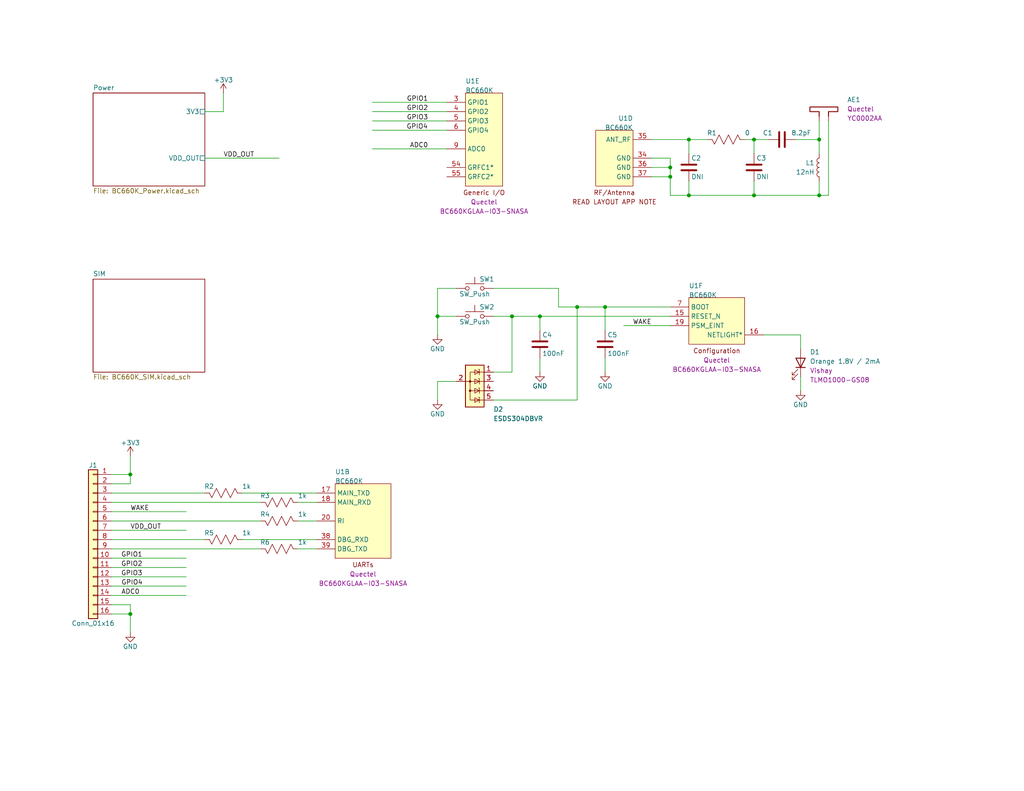
<source format=kicad_sch>
(kicad_sch (version 20211123) (generator eeschema)

  (uuid bf906d86-958d-4ce5-91b3-6a7557a4d170)

  (paper "USLetter")

  (title_block
    (title "BC660K Breakout Board")
    (date "2022-10-31")
    (rev "X01")
  )

  (lib_symbols
    (symbol "Connector_Generic:Conn_01x16" (pin_names (offset 1.016) hide) (in_bom yes) (on_board yes)
      (property "Reference" "J" (id 0) (at 0 20.32 0)
        (effects (font (size 1.27 1.27)))
      )
      (property "Value" "Conn_01x16" (id 1) (at 0 -22.86 0)
        (effects (font (size 1.27 1.27)))
      )
      (property "Footprint" "" (id 2) (at 0 0 0)
        (effects (font (size 1.27 1.27)) hide)
      )
      (property "Datasheet" "~" (id 3) (at 0 0 0)
        (effects (font (size 1.27 1.27)) hide)
      )
      (property "ki_keywords" "connector" (id 4) (at 0 0 0)
        (effects (font (size 1.27 1.27)) hide)
      )
      (property "ki_description" "Generic connector, single row, 01x16, script generated (kicad-library-utils/schlib/autogen/connector/)" (id 5) (at 0 0 0)
        (effects (font (size 1.27 1.27)) hide)
      )
      (property "ki_fp_filters" "Connector*:*_1x??_*" (id 6) (at 0 0 0)
        (effects (font (size 1.27 1.27)) hide)
      )
      (symbol "Conn_01x16_1_1"
        (rectangle (start -1.27 -20.193) (end 0 -20.447)
          (stroke (width 0.1524) (type default) (color 0 0 0 0))
          (fill (type none))
        )
        (rectangle (start -1.27 -17.653) (end 0 -17.907)
          (stroke (width 0.1524) (type default) (color 0 0 0 0))
          (fill (type none))
        )
        (rectangle (start -1.27 -15.113) (end 0 -15.367)
          (stroke (width 0.1524) (type default) (color 0 0 0 0))
          (fill (type none))
        )
        (rectangle (start -1.27 -12.573) (end 0 -12.827)
          (stroke (width 0.1524) (type default) (color 0 0 0 0))
          (fill (type none))
        )
        (rectangle (start -1.27 -10.033) (end 0 -10.287)
          (stroke (width 0.1524) (type default) (color 0 0 0 0))
          (fill (type none))
        )
        (rectangle (start -1.27 -7.493) (end 0 -7.747)
          (stroke (width 0.1524) (type default) (color 0 0 0 0))
          (fill (type none))
        )
        (rectangle (start -1.27 -4.953) (end 0 -5.207)
          (stroke (width 0.1524) (type default) (color 0 0 0 0))
          (fill (type none))
        )
        (rectangle (start -1.27 -2.413) (end 0 -2.667)
          (stroke (width 0.1524) (type default) (color 0 0 0 0))
          (fill (type none))
        )
        (rectangle (start -1.27 0.127) (end 0 -0.127)
          (stroke (width 0.1524) (type default) (color 0 0 0 0))
          (fill (type none))
        )
        (rectangle (start -1.27 2.667) (end 0 2.413)
          (stroke (width 0.1524) (type default) (color 0 0 0 0))
          (fill (type none))
        )
        (rectangle (start -1.27 5.207) (end 0 4.953)
          (stroke (width 0.1524) (type default) (color 0 0 0 0))
          (fill (type none))
        )
        (rectangle (start -1.27 7.747) (end 0 7.493)
          (stroke (width 0.1524) (type default) (color 0 0 0 0))
          (fill (type none))
        )
        (rectangle (start -1.27 10.287) (end 0 10.033)
          (stroke (width 0.1524) (type default) (color 0 0 0 0))
          (fill (type none))
        )
        (rectangle (start -1.27 12.827) (end 0 12.573)
          (stroke (width 0.1524) (type default) (color 0 0 0 0))
          (fill (type none))
        )
        (rectangle (start -1.27 15.367) (end 0 15.113)
          (stroke (width 0.1524) (type default) (color 0 0 0 0))
          (fill (type none))
        )
        (rectangle (start -1.27 17.907) (end 0 17.653)
          (stroke (width 0.1524) (type default) (color 0 0 0 0))
          (fill (type none))
        )
        (rectangle (start -1.27 19.05) (end 1.27 -21.59)
          (stroke (width 0.254) (type default) (color 0 0 0 0))
          (fill (type background))
        )
        (pin passive line (at -5.08 17.78 0) (length 3.81)
          (name "Pin_1" (effects (font (size 1.27 1.27))))
          (number "1" (effects (font (size 1.27 1.27))))
        )
        (pin passive line (at -5.08 -5.08 0) (length 3.81)
          (name "Pin_10" (effects (font (size 1.27 1.27))))
          (number "10" (effects (font (size 1.27 1.27))))
        )
        (pin passive line (at -5.08 -7.62 0) (length 3.81)
          (name "Pin_11" (effects (font (size 1.27 1.27))))
          (number "11" (effects (font (size 1.27 1.27))))
        )
        (pin passive line (at -5.08 -10.16 0) (length 3.81)
          (name "Pin_12" (effects (font (size 1.27 1.27))))
          (number "12" (effects (font (size 1.27 1.27))))
        )
        (pin passive line (at -5.08 -12.7 0) (length 3.81)
          (name "Pin_13" (effects (font (size 1.27 1.27))))
          (number "13" (effects (font (size 1.27 1.27))))
        )
        (pin passive line (at -5.08 -15.24 0) (length 3.81)
          (name "Pin_14" (effects (font (size 1.27 1.27))))
          (number "14" (effects (font (size 1.27 1.27))))
        )
        (pin passive line (at -5.08 -17.78 0) (length 3.81)
          (name "Pin_15" (effects (font (size 1.27 1.27))))
          (number "15" (effects (font (size 1.27 1.27))))
        )
        (pin passive line (at -5.08 -20.32 0) (length 3.81)
          (name "Pin_16" (effects (font (size 1.27 1.27))))
          (number "16" (effects (font (size 1.27 1.27))))
        )
        (pin passive line (at -5.08 15.24 0) (length 3.81)
          (name "Pin_2" (effects (font (size 1.27 1.27))))
          (number "2" (effects (font (size 1.27 1.27))))
        )
        (pin passive line (at -5.08 12.7 0) (length 3.81)
          (name "Pin_3" (effects (font (size 1.27 1.27))))
          (number "3" (effects (font (size 1.27 1.27))))
        )
        (pin passive line (at -5.08 10.16 0) (length 3.81)
          (name "Pin_4" (effects (font (size 1.27 1.27))))
          (number "4" (effects (font (size 1.27 1.27))))
        )
        (pin passive line (at -5.08 7.62 0) (length 3.81)
          (name "Pin_5" (effects (font (size 1.27 1.27))))
          (number "5" (effects (font (size 1.27 1.27))))
        )
        (pin passive line (at -5.08 5.08 0) (length 3.81)
          (name "Pin_6" (effects (font (size 1.27 1.27))))
          (number "6" (effects (font (size 1.27 1.27))))
        )
        (pin passive line (at -5.08 2.54 0) (length 3.81)
          (name "Pin_7" (effects (font (size 1.27 1.27))))
          (number "7" (effects (font (size 1.27 1.27))))
        )
        (pin passive line (at -5.08 0 0) (length 3.81)
          (name "Pin_8" (effects (font (size 1.27 1.27))))
          (number "8" (effects (font (size 1.27 1.27))))
        )
        (pin passive line (at -5.08 -2.54 0) (length 3.81)
          (name "Pin_9" (effects (font (size 1.27 1.27))))
          (number "9" (effects (font (size 1.27 1.27))))
        )
      )
    )
    (symbol "Device:Antenna_Dipole" (pin_numbers hide) (pin_names (offset 1.016) hide) (in_bom yes) (on_board yes)
      (property "Reference" "AE" (id 0) (at 1.27 1.27 0)
        (effects (font (size 1.27 1.27)))
      )
      (property "Value" "Antenna_Dipole" (id 1) (at 1.27 0 0)
        (effects (font (size 1.27 1.27)))
      )
      (property "Footprint" "" (id 2) (at 0 0 0)
        (effects (font (size 1.27 1.27)) hide)
      )
      (property "Datasheet" "~" (id 3) (at 0 0 0)
        (effects (font (size 1.27 1.27)) hide)
      )
      (property "ki_keywords" "dipole antenna" (id 4) (at 0 0 0)
        (effects (font (size 1.27 1.27)) hide)
      )
      (property "ki_description" "Dipole antenna" (id 5) (at 0 0 0)
        (effects (font (size 1.27 1.27)) hide)
      )
      (symbol "Antenna_Dipole_0_1"
        (polyline
          (pts
            (xy 2.54 -3.81)
            (xy 2.54 -2.54)
            (xy 5.08 -2.54)
            (xy 5.08 -1.27)
            (xy -2.54 -1.27)
            (xy -2.54 -2.54)
            (xy 0 -2.54)
            (xy 0 -3.81)
          )
          (stroke (width 0.254) (type default) (color 0 0 0 0))
          (fill (type none))
        )
      )
      (symbol "Antenna_Dipole_1_1"
        (pin input line (at 0 -5.08 90) (length 2.54)
          (name "~" (effects (font (size 1.27 1.27))))
          (number "1" (effects (font (size 1.27 1.27))))
        )
        (pin input line (at 2.54 -5.08 90) (length 2.54)
          (name "~" (effects (font (size 1.27 1.27))))
          (number "2" (effects (font (size 1.27 1.27))))
        )
      )
    )
    (symbol "Device:C" (pin_numbers hide) (pin_names (offset 0.254)) (in_bom yes) (on_board yes)
      (property "Reference" "C" (id 0) (at 0.635 2.54 0)
        (effects (font (size 1.27 1.27)) (justify left))
      )
      (property "Value" "C" (id 1) (at 0.635 -2.54 0)
        (effects (font (size 1.27 1.27)) (justify left))
      )
      (property "Footprint" "" (id 2) (at 0.9652 -3.81 0)
        (effects (font (size 1.27 1.27)) hide)
      )
      (property "Datasheet" "~" (id 3) (at 0 0 0)
        (effects (font (size 1.27 1.27)) hide)
      )
      (property "ki_keywords" "cap capacitor" (id 4) (at 0 0 0)
        (effects (font (size 1.27 1.27)) hide)
      )
      (property "ki_description" "Unpolarized capacitor" (id 5) (at 0 0 0)
        (effects (font (size 1.27 1.27)) hide)
      )
      (property "ki_fp_filters" "C_*" (id 6) (at 0 0 0)
        (effects (font (size 1.27 1.27)) hide)
      )
      (symbol "C_0_1"
        (polyline
          (pts
            (xy -2.032 -0.762)
            (xy 2.032 -0.762)
          )
          (stroke (width 0.508) (type default) (color 0 0 0 0))
          (fill (type none))
        )
        (polyline
          (pts
            (xy -2.032 0.762)
            (xy 2.032 0.762)
          )
          (stroke (width 0.508) (type default) (color 0 0 0 0))
          (fill (type none))
        )
      )
      (symbol "C_1_1"
        (pin passive line (at 0 3.81 270) (length 2.794)
          (name "~" (effects (font (size 1.27 1.27))))
          (number "1" (effects (font (size 1.27 1.27))))
        )
        (pin passive line (at 0 -3.81 90) (length 2.794)
          (name "~" (effects (font (size 1.27 1.27))))
          (number "2" (effects (font (size 1.27 1.27))))
        )
      )
    )
    (symbol "Device:L" (pin_numbers hide) (pin_names (offset 1.016) hide) (in_bom yes) (on_board yes)
      (property "Reference" "L" (id 0) (at -1.27 0 90)
        (effects (font (size 1.27 1.27)))
      )
      (property "Value" "L" (id 1) (at 1.905 0 90)
        (effects (font (size 1.27 1.27)))
      )
      (property "Footprint" "" (id 2) (at 0 0 0)
        (effects (font (size 1.27 1.27)) hide)
      )
      (property "Datasheet" "~" (id 3) (at 0 0 0)
        (effects (font (size 1.27 1.27)) hide)
      )
      (property "ki_keywords" "inductor choke coil reactor magnetic" (id 4) (at 0 0 0)
        (effects (font (size 1.27 1.27)) hide)
      )
      (property "ki_description" "Inductor" (id 5) (at 0 0 0)
        (effects (font (size 1.27 1.27)) hide)
      )
      (property "ki_fp_filters" "Choke_* *Coil* Inductor_* L_*" (id 6) (at 0 0 0)
        (effects (font (size 1.27 1.27)) hide)
      )
      (symbol "L_0_1"
        (arc (start 0 -2.54) (mid 0.635 -1.905) (end 0 -1.27)
          (stroke (width 0) (type default) (color 0 0 0 0))
          (fill (type none))
        )
        (arc (start 0 -1.27) (mid 0.635 -0.635) (end 0 0)
          (stroke (width 0) (type default) (color 0 0 0 0))
          (fill (type none))
        )
        (arc (start 0 0) (mid 0.635 0.635) (end 0 1.27)
          (stroke (width 0) (type default) (color 0 0 0 0))
          (fill (type none))
        )
        (arc (start 0 1.27) (mid 0.635 1.905) (end 0 2.54)
          (stroke (width 0) (type default) (color 0 0 0 0))
          (fill (type none))
        )
      )
      (symbol "L_1_1"
        (pin passive line (at 0 3.81 270) (length 1.27)
          (name "1" (effects (font (size 1.27 1.27))))
          (number "1" (effects (font (size 1.27 1.27))))
        )
        (pin passive line (at 0 -3.81 90) (length 1.27)
          (name "2" (effects (font (size 1.27 1.27))))
          (number "2" (effects (font (size 1.27 1.27))))
        )
      )
    )
    (symbol "Device:LED" (pin_numbers hide) (pin_names (offset 1.016) hide) (in_bom yes) (on_board yes)
      (property "Reference" "D" (id 0) (at 0 2.54 0)
        (effects (font (size 1.27 1.27)))
      )
      (property "Value" "LED" (id 1) (at 0 -2.54 0)
        (effects (font (size 1.27 1.27)))
      )
      (property "Footprint" "" (id 2) (at 0 0 0)
        (effects (font (size 1.27 1.27)) hide)
      )
      (property "Datasheet" "~" (id 3) (at 0 0 0)
        (effects (font (size 1.27 1.27)) hide)
      )
      (property "ki_keywords" "LED diode" (id 4) (at 0 0 0)
        (effects (font (size 1.27 1.27)) hide)
      )
      (property "ki_description" "Light emitting diode" (id 5) (at 0 0 0)
        (effects (font (size 1.27 1.27)) hide)
      )
      (property "ki_fp_filters" "LED* LED_SMD:* LED_THT:*" (id 6) (at 0 0 0)
        (effects (font (size 1.27 1.27)) hide)
      )
      (symbol "LED_0_1"
        (polyline
          (pts
            (xy -1.27 -1.27)
            (xy -1.27 1.27)
          )
          (stroke (width 0.254) (type default) (color 0 0 0 0))
          (fill (type none))
        )
        (polyline
          (pts
            (xy -1.27 0)
            (xy 1.27 0)
          )
          (stroke (width 0) (type default) (color 0 0 0 0))
          (fill (type none))
        )
        (polyline
          (pts
            (xy 1.27 -1.27)
            (xy 1.27 1.27)
            (xy -1.27 0)
            (xy 1.27 -1.27)
          )
          (stroke (width 0.254) (type default) (color 0 0 0 0))
          (fill (type none))
        )
        (polyline
          (pts
            (xy -3.048 -0.762)
            (xy -4.572 -2.286)
            (xy -3.81 -2.286)
            (xy -4.572 -2.286)
            (xy -4.572 -1.524)
          )
          (stroke (width 0) (type default) (color 0 0 0 0))
          (fill (type none))
        )
        (polyline
          (pts
            (xy -1.778 -0.762)
            (xy -3.302 -2.286)
            (xy -2.54 -2.286)
            (xy -3.302 -2.286)
            (xy -3.302 -1.524)
          )
          (stroke (width 0) (type default) (color 0 0 0 0))
          (fill (type none))
        )
      )
      (symbol "LED_1_1"
        (pin passive line (at -3.81 0 0) (length 2.54)
          (name "K" (effects (font (size 1.27 1.27))))
          (number "1" (effects (font (size 1.27 1.27))))
        )
        (pin passive line (at 3.81 0 180) (length 2.54)
          (name "A" (effects (font (size 1.27 1.27))))
          (number "2" (effects (font (size 1.27 1.27))))
        )
      )
    )
    (symbol "Device:R" (pin_numbers hide) (pin_names (offset 0)) (in_bom yes) (on_board yes)
      (property "Reference" "R?" (id 0) (at 2.54 3.81 0)
        (effects (font (size 1.27 1.27)))
      )
      (property "Value" "R" (id 1) (at 2.54 1.27 0)
        (effects (font (size 1.27 1.27)))
      )
      (property "Footprint" "" (id 2) (at -1.778 0 90)
        (effects (font (size 1.27 1.27)) hide)
      )
      (property "Datasheet" "~" (id 3) (at 0 0 0)
        (effects (font (size 1.27 1.27)) hide)
      )
      (property "ki_keywords" "R res resistor" (id 4) (at 0 0 0)
        (effects (font (size 1.27 1.27)) hide)
      )
      (property "ki_description" "Resistor" (id 5) (at 0 0 0)
        (effects (font (size 1.27 1.27)) hide)
      )
      (property "ki_fp_filters" "R_*" (id 6) (at 0 0 0)
        (effects (font (size 1.27 1.27)) hide)
      )
      (symbol "R_0_1"
        (rectangle (start -1.016 3.81) (end 1.016 -3.81)
          (stroke (width 0.254) (type default) (color 0 0 0 0))
          (fill (type none))
        )
      )
      (symbol "R_0_2"
        (polyline
          (pts
            (xy 0 3.81)
            (xy -1.27 3.175)
            (xy 1.27 1.905)
            (xy -1.27 0.635)
            (xy 1.27 -0.635)
            (xy -1.27 -1.905)
            (xy 1.27 -3.175)
            (xy 0 -3.81)
          )
          (stroke (width 0) (type default) (color 0 0 0 0))
          (fill (type none))
        )
      )
      (symbol "R_1_1"
        (pin passive line (at 0 5.08 270) (length 1.27)
          (name "~" (effects (font (size 1.27 1.27))))
          (number "1" (effects (font (size 1.27 1.27))))
        )
        (pin passive line (at 0 -5.08 90) (length 1.27)
          (name "~" (effects (font (size 1.27 1.27))))
          (number "2" (effects (font (size 1.27 1.27))))
        )
      )
      (symbol "R_1_2"
        (pin passive line (at 0 5.08 270) (length 1.27)
          (name "~" (effects (font (size 1.27 1.27))))
          (number "1" (effects (font (size 1.27 1.27))))
        )
        (pin passive line (at 0 -5.08 90) (length 1.27)
          (name "~" (effects (font (size 1.27 1.27))))
          (number "2" (effects (font (size 1.27 1.27))))
        )
      )
    )
    (symbol "Power_Protection:SP0504BAHT" (pin_names hide) (in_bom yes) (on_board yes)
      (property "Reference" "D" (id 0) (at 7.62 2.54 0)
        (effects (font (size 1.27 1.27)) (justify left))
      )
      (property "Value" "SP0504BAHT" (id 1) (at 7.62 0.635 0)
        (effects (font (size 1.27 1.27)) (justify left))
      )
      (property "Footprint" "Package_TO_SOT_SMD:SOT-23-5" (id 2) (at 7.62 -1.27 0)
        (effects (font (size 1.27 1.27)) (justify left) hide)
      )
      (property "Datasheet" "http://www.littelfuse.com/~/media/files/littelfuse/technical%20resources/documents/data%20sheets/sp05xxba.pdf" (id 3) (at 3.175 3.175 0)
        (effects (font (size 1.27 1.27)) hide)
      )
      (property "ki_keywords" "usb esd protection suppression transient" (id 4) (at 0 0 0)
        (effects (font (size 1.27 1.27)) hide)
      )
      (property "ki_description" "TVS Diode Array, 5.5V Standoff, 4 Channels, SOT-23-5 package" (id 5) (at 0 0 0)
        (effects (font (size 1.27 1.27)) hide)
      )
      (property "ki_fp_filters" "SOT?23*" (id 6) (at 0 0 0)
        (effects (font (size 1.27 1.27)) hide)
      )
      (symbol "SP0504BAHT_0_0"
        (pin passive line (at 0 -5.08 90) (length 2.54)
          (name "A" (effects (font (size 1.27 1.27))))
          (number "2" (effects (font (size 1.27 1.27))))
        )
      )
      (symbol "SP0504BAHT_0_1"
        (rectangle (start -4.445 2.54) (end 6.985 -2.54)
          (stroke (width 0.254) (type default) (color 0 0 0 0))
          (fill (type background))
        )
        (circle (center 0 -1.27) (radius 0.254)
          (stroke (width 0) (type default) (color 0 0 0 0))
          (fill (type outline))
        )
        (polyline
          (pts
            (xy -2.54 2.54)
            (xy -2.54 1.27)
          )
          (stroke (width 0) (type default) (color 0 0 0 0))
          (fill (type none))
        )
        (polyline
          (pts
            (xy 0 -1.27)
            (xy 0 -2.54)
          )
          (stroke (width 0) (type default) (color 0 0 0 0))
          (fill (type none))
        )
        (polyline
          (pts
            (xy 0 -1.27)
            (xy 0 1.27)
          )
          (stroke (width 0) (type default) (color 0 0 0 0))
          (fill (type none))
        )
        (polyline
          (pts
            (xy 0 2.54)
            (xy 0 1.27)
          )
          (stroke (width 0) (type default) (color 0 0 0 0))
          (fill (type none))
        )
        (polyline
          (pts
            (xy 2.54 2.54)
            (xy 2.54 1.27)
          )
          (stroke (width 0) (type default) (color 0 0 0 0))
          (fill (type none))
        )
        (polyline
          (pts
            (xy 5.08 2.54)
            (xy 5.08 1.27)
          )
          (stroke (width 0) (type default) (color 0 0 0 0))
          (fill (type none))
        )
        (polyline
          (pts
            (xy -3.302 1.016)
            (xy -3.302 1.27)
            (xy -1.778 1.27)
          )
          (stroke (width 0) (type default) (color 0 0 0 0))
          (fill (type none))
        )
        (polyline
          (pts
            (xy 0.762 1.27)
            (xy -0.762 1.27)
            (xy -0.762 1.016)
          )
          (stroke (width 0) (type default) (color 0 0 0 0))
          (fill (type none))
        )
        (polyline
          (pts
            (xy 5.08 1.27)
            (xy 5.08 -1.27)
            (xy 2.54 -1.27)
          )
          (stroke (width 0) (type default) (color 0 0 0 0))
          (fill (type none))
        )
        (polyline
          (pts
            (xy -2.54 1.27)
            (xy -2.54 -1.27)
            (xy 2.54 -1.27)
            (xy 2.54 1.27)
          )
          (stroke (width 0) (type default) (color 0 0 0 0))
          (fill (type none))
        )
        (polyline
          (pts
            (xy -2.54 1.27)
            (xy -1.905 0)
            (xy -3.175 0)
            (xy -2.54 1.27)
          )
          (stroke (width 0) (type default) (color 0 0 0 0))
          (fill (type none))
        )
        (polyline
          (pts
            (xy 0.635 0)
            (xy -0.635 0)
            (xy 0 1.27)
            (xy 0.635 0)
          )
          (stroke (width 0) (type default) (color 0 0 0 0))
          (fill (type none))
        )
        (polyline
          (pts
            (xy 1.778 1.016)
            (xy 1.778 1.27)
            (xy 3.175 1.27)
            (xy 3.302 1.27)
          )
          (stroke (width 0) (type default) (color 0 0 0 0))
          (fill (type none))
        )
        (polyline
          (pts
            (xy 2.54 1.27)
            (xy 1.905 0)
            (xy 3.175 0)
            (xy 2.54 1.27)
          )
          (stroke (width 0) (type default) (color 0 0 0 0))
          (fill (type none))
        )
        (polyline
          (pts
            (xy 4.318 1.016)
            (xy 4.318 1.27)
            (xy 5.715 1.27)
            (xy 5.842 1.27)
          )
          (stroke (width 0) (type default) (color 0 0 0 0))
          (fill (type none))
        )
        (polyline
          (pts
            (xy 5.08 1.27)
            (xy 4.445 0)
            (xy 5.715 0)
            (xy 5.08 1.27)
          )
          (stroke (width 0) (type default) (color 0 0 0 0))
          (fill (type none))
        )
        (circle (center 2.54 -1.27) (radius 0.254)
          (stroke (width 0) (type default) (color 0 0 0 0))
          (fill (type outline))
        )
      )
      (symbol "SP0504BAHT_1_1"
        (pin passive line (at -2.54 5.08 270) (length 2.54)
          (name "K" (effects (font (size 1.27 1.27))))
          (number "1" (effects (font (size 1.27 1.27))))
        )
        (pin passive line (at 0 5.08 270) (length 2.54)
          (name "K" (effects (font (size 1.27 1.27))))
          (number "3" (effects (font (size 1.27 1.27))))
        )
        (pin passive line (at 2.54 5.08 270) (length 2.54)
          (name "K" (effects (font (size 1.27 1.27))))
          (number "4" (effects (font (size 1.27 1.27))))
        )
        (pin passive line (at 5.08 5.08 270) (length 2.54)
          (name "K" (effects (font (size 1.27 1.27))))
          (number "5" (effects (font (size 1.27 1.27))))
        )
      )
    )
    (symbol "RF_Cellular:BC660K" (in_bom yes) (on_board yes)
      (property "Reference" "U?" (id 0) (at 5.08 2.54 0)
        (effects (font (size 1.27 1.27)) (justify left bottom))
      )
      (property "Value" "BC660K" (id 1) (at 5.08 0 0)
        (effects (font (size 1.27 1.27)) (justify left bottom))
      )
      (property "Footprint" "" (id 2) (at 0 0 0)
        (effects (font (size 1.27 1.27)) hide)
      )
      (property "Datasheet" "https://www.quectel.com/product/lpwa-bc660k-gl-nb2" (id 3) (at -2.54 -17.78 90)
        (effects (font (size 1.27 1.27)) hide)
      )
      (property "Manufacturer 1" "Quectel" (id 4) (at 12.7 -33.02 0)
        (effects (font (size 1.27 1.27)) (justify bottom))
      )
      (property "Manufacturer Part Number 1" "BC660KGLAA-I03-SNASA" (id 5) (at 12.7 -35.56 0)
        (effects (font (size 1.27 1.27)) (justify bottom))
      )
      (property "ki_locked" "" (id 6) (at 0 0 0)
        (effects (font (size 1.27 1.27)))
      )
      (property "ki_description" "Cellular LTE Transceiver Module, Surface Mount" (id 7) (at 0 0 0)
        (effects (font (size 1.27 1.27)) hide)
      )
      (symbol "BC660K_1_0"
        (text "Power" (at 12.7 -30.48 0)
          (effects (font (size 1.27 1.27)) (justify bottom))
        )
      )
      (symbol "BC660K_1_1"
        (rectangle (start 5.08 0) (end 20.32 -27.94)
          (stroke (width 0) (type default) (color 0 0 0 0))
          (fill (type background))
        )
        (pin passive line (at 0 -10.16 0) (length 5.08)
          (name "GND" (effects (font (size 1.27 1.27))))
          (number "1" (effects (font (size 1.27 1.27))))
        )
        (pin passive line (at 25.4 -7.62 180) (length 5.08)
          (name "VDD_OUT" (effects (font (size 1.27 1.27))))
          (number "24" (effects (font (size 1.27 1.27))))
        )
        (pin passive line (at 0 -12.7 0) (length 5.08)
          (name "GND" (effects (font (size 1.27 1.27))))
          (number "27" (effects (font (size 1.27 1.27))))
        )
        (pin passive line (at 0 -15.24 0) (length 5.08)
          (name "GND" (effects (font (size 1.27 1.27))))
          (number "40" (effects (font (size 1.27 1.27))))
        )
        (pin passive line (at 0 -17.78 0) (length 5.08)
          (name "GND" (effects (font (size 1.27 1.27))))
          (number "41" (effects (font (size 1.27 1.27))))
        )
        (pin passive line (at 0 -2.54 0) (length 5.08)
          (name "VBAT" (effects (font (size 1.27 1.27))))
          (number "42" (effects (font (size 1.27 1.27))))
        )
        (pin passive line (at 0 -5.08 0) (length 5.08)
          (name "VBAT" (effects (font (size 1.27 1.27))))
          (number "43" (effects (font (size 1.27 1.27))))
        )
        (pin passive line (at 25.4 -25.4 180) (length 5.08)
          (name "VIO_SEL" (effects (font (size 1.27 1.27))))
          (number "52" (effects (font (size 1.27 1.27))))
        )
        (pin passive line (at 0 -20.32 0) (length 5.08)
          (name "GND" (effects (font (size 1.27 1.27))))
          (number "56" (effects (font (size 1.27 1.27))))
        )
        (pin passive line (at 0 -22.86 0) (length 5.08)
          (name "GND" (effects (font (size 1.27 1.27))))
          (number "57" (effects (font (size 1.27 1.27))))
        )
        (pin passive line (at 0 -25.4 0) (length 5.08)
          (name "GND" (effects (font (size 1.27 1.27))))
          (number "58" (effects (font (size 1.27 1.27))))
        )
      )
      (symbol "BC660K_2_0"
        (rectangle (start 5.08 0) (end 20.32 -20.32)
          (stroke (width 0) (type default) (color 0 0 0 0))
          (fill (type background))
        )
        (text "UARTs" (at 12.7 -22.86 0)
          (effects (font (size 1.27 1.27)) (justify bottom))
        )
      )
      (symbol "BC660K_2_1"
        (pin passive line (at 0 -2.54 0) (length 5.08)
          (name "MAIN_TXD" (effects (font (size 1.27 1.27))))
          (number "17" (effects (font (size 1.27 1.27))))
        )
        (pin passive line (at 0 -5.08 0) (length 5.08)
          (name "MAIN_RXD" (effects (font (size 1.27 1.27))))
          (number "18" (effects (font (size 1.27 1.27))))
        )
        (pin passive line (at 0 -10.16 0) (length 5.08)
          (name "RI" (effects (font (size 1.27 1.27))))
          (number "20" (effects (font (size 1.27 1.27))))
        )
        (pin passive line (at 0 -15.24 0) (length 5.08)
          (name "DBG_RXD" (effects (font (size 1.27 1.27))))
          (number "38" (effects (font (size 1.27 1.27))))
        )
        (pin passive line (at 0 -17.78 0) (length 5.08)
          (name "DBG_TXD" (effects (font (size 1.27 1.27))))
          (number "39" (effects (font (size 1.27 1.27))))
        )
      )
      (symbol "BC660K_3_0"
        (rectangle (start 5.08 0) (end 20.32 -15.24)
          (stroke (width 0) (type default) (color 0 0 0 0))
          (fill (type background))
        )
        (text "USIM" (at 12.7 -17.78 0)
          (effects (font (size 1.27 1.27)) (justify bottom))
        )
      )
      (symbol "BC660K_3_1"
        (pin passive line (at 0 -12.7 0) (length 5.08)
          (name "USIM_GND" (effects (font (size 1.27 1.27))))
          (number "10" (effects (font (size 1.27 1.27))))
        )
        (pin passive line (at 0 -10.16 0) (length 5.08)
          (name "USIM_DATA" (effects (font (size 1.27 1.27))))
          (number "11" (effects (font (size 1.27 1.27))))
        )
        (pin passive line (at 0 -7.62 0) (length 5.08)
          (name "USIM_RST" (effects (font (size 1.27 1.27))))
          (number "12" (effects (font (size 1.27 1.27))))
        )
        (pin passive line (at 0 -5.08 0) (length 5.08)
          (name "USIM_CLK" (effects (font (size 1.27 1.27))))
          (number "13" (effects (font (size 1.27 1.27))))
        )
        (pin passive line (at 0 -2.54 0) (length 5.08)
          (name "USIM_VDD" (effects (font (size 1.27 1.27))))
          (number "14" (effects (font (size 1.27 1.27))))
        )
      )
      (symbol "BC660K_4_0"
        (rectangle (start 5.08 0) (end 15.24 -15.24)
          (stroke (width 0) (type default) (color 0 0 0 0))
          (fill (type background))
        )
        (text "READ LAYOUT APP NOTE" (at 10.16 -20.32 0)
          (effects (font (size 1.27 1.27)) (justify bottom))
        )
        (text "RF/Antenna" (at 10.16 -17.78 0)
          (effects (font (size 1.27 1.27)) (justify bottom))
        )
      )
      (symbol "BC660K_4_1"
        (pin passive line (at 0 -7.62 0) (length 5.08)
          (name "GND" (effects (font (size 1.27 1.27))))
          (number "34" (effects (font (size 1.27 1.27))))
        )
        (pin passive line (at 0 -2.54 0) (length 5.08)
          (name "ANT_RF" (effects (font (size 1.27 1.27))))
          (number "35" (effects (font (size 1.27 1.27))))
        )
        (pin passive line (at 0 -10.16 0) (length 5.08)
          (name "GND" (effects (font (size 1.27 1.27))))
          (number "36" (effects (font (size 1.27 1.27))))
        )
        (pin passive line (at 0 -12.7 0) (length 5.08)
          (name "GND" (effects (font (size 1.27 1.27))))
          (number "37" (effects (font (size 1.27 1.27))))
        )
      )
      (symbol "BC660K_5_0"
        (rectangle (start 5.08 0) (end 15.24 -25.4)
          (stroke (width 0) (type default) (color 0 0 0 0))
          (fill (type background))
        )
        (text "Generic I/O" (at 10.16 -27.94 0)
          (effects (font (size 1.27 1.27)) (justify bottom))
        )
      )
      (symbol "BC660K_5_1"
        (pin passive line (at 0 -2.54 0) (length 5.08)
          (name "GPIO1" (effects (font (size 1.27 1.27))))
          (number "3" (effects (font (size 1.27 1.27))))
        )
        (pin passive line (at 0 -5.08 0) (length 5.08)
          (name "GPIO2" (effects (font (size 1.27 1.27))))
          (number "4" (effects (font (size 1.27 1.27))))
        )
        (pin passive line (at 0 -7.62 0) (length 5.08)
          (name "GPIO3" (effects (font (size 1.27 1.27))))
          (number "5" (effects (font (size 1.27 1.27))))
        )
        (pin passive line (at 0 -20.32 0) (length 5.08)
          (name "GRFC1*" (effects (font (size 1.27 1.27))))
          (number "54" (effects (font (size 1.27 1.27))))
        )
        (pin passive line (at 0 -22.86 0) (length 5.08)
          (name "GRFC2*" (effects (font (size 1.27 1.27))))
          (number "55" (effects (font (size 1.27 1.27))))
        )
        (pin passive line (at 0 -10.16 0) (length 5.08)
          (name "GPIO4" (effects (font (size 1.27 1.27))))
          (number "6" (effects (font (size 1.27 1.27))))
        )
        (pin passive line (at 0 -15.24 0) (length 5.08)
          (name "ADC0" (effects (font (size 1.27 1.27))))
          (number "9" (effects (font (size 1.27 1.27))))
        )
      )
      (symbol "BC660K_6_0"
        (text "Configuration" (at 12.7 -15.24 0)
          (effects (font (size 1.27 1.27)) (justify bottom))
        )
      )
      (symbol "BC660K_6_1"
        (rectangle (start 5.08 0) (end 20.32 -12.7)
          (stroke (width 0) (type default) (color 0 0 0 0))
          (fill (type background))
        )
        (pin passive line (at 0 -5.08 0) (length 5.08)
          (name "RESET_N" (effects (font (size 1.27 1.27))))
          (number "15" (effects (font (size 1.27 1.27))))
        )
        (pin passive line (at 25.4 -10.16 180) (length 5.08)
          (name "NETLIGHT*" (effects (font (size 1.27 1.27))))
          (number "16" (effects (font (size 1.27 1.27))))
        )
        (pin passive line (at 0 -7.62 0) (length 5.08)
          (name "PSM_EINT" (effects (font (size 1.27 1.27))))
          (number "19" (effects (font (size 1.27 1.27))))
        )
        (pin passive line (at 0 -2.54 0) (length 5.08)
          (name "BOOT" (effects (font (size 1.27 1.27))))
          (number "7" (effects (font (size 1.27 1.27))))
        )
      )
    )
    (symbol "Switch:SW_Push" (pin_numbers hide) (pin_names (offset 1.016) hide) (in_bom yes) (on_board yes)
      (property "Reference" "SW" (id 0) (at 1.27 2.54 0)
        (effects (font (size 1.27 1.27)) (justify left))
      )
      (property "Value" "SW_Push" (id 1) (at 0 -1.524 0)
        (effects (font (size 1.27 1.27)))
      )
      (property "Footprint" "" (id 2) (at 0 5.08 0)
        (effects (font (size 1.27 1.27)) hide)
      )
      (property "Datasheet" "~" (id 3) (at 0 5.08 0)
        (effects (font (size 1.27 1.27)) hide)
      )
      (property "ki_keywords" "switch normally-open pushbutton push-button" (id 4) (at 0 0 0)
        (effects (font (size 1.27 1.27)) hide)
      )
      (property "ki_description" "Push button switch, generic, two pins" (id 5) (at 0 0 0)
        (effects (font (size 1.27 1.27)) hide)
      )
      (symbol "SW_Push_0_1"
        (circle (center -2.032 0) (radius 0.508)
          (stroke (width 0) (type default) (color 0 0 0 0))
          (fill (type none))
        )
        (polyline
          (pts
            (xy 0 1.27)
            (xy 0 3.048)
          )
          (stroke (width 0) (type default) (color 0 0 0 0))
          (fill (type none))
        )
        (polyline
          (pts
            (xy 2.54 1.27)
            (xy -2.54 1.27)
          )
          (stroke (width 0) (type default) (color 0 0 0 0))
          (fill (type none))
        )
        (circle (center 2.032 0) (radius 0.508)
          (stroke (width 0) (type default) (color 0 0 0 0))
          (fill (type none))
        )
        (pin passive line (at -5.08 0 0) (length 2.54)
          (name "1" (effects (font (size 1.27 1.27))))
          (number "1" (effects (font (size 1.27 1.27))))
        )
        (pin passive line (at 5.08 0 180) (length 2.54)
          (name "2" (effects (font (size 1.27 1.27))))
          (number "2" (effects (font (size 1.27 1.27))))
        )
      )
    )
    (symbol "power:+3V3" (power) (pin_names (offset 0)) (in_bom yes) (on_board yes)
      (property "Reference" "#PWR" (id 0) (at 0 -3.81 0)
        (effects (font (size 1.27 1.27)) hide)
      )
      (property "Value" "+3V3" (id 1) (at 0 3.556 0)
        (effects (font (size 1.27 1.27)))
      )
      (property "Footprint" "" (id 2) (at 0 0 0)
        (effects (font (size 1.27 1.27)) hide)
      )
      (property "Datasheet" "" (id 3) (at 0 0 0)
        (effects (font (size 1.27 1.27)) hide)
      )
      (property "ki_keywords" "power-flag" (id 4) (at 0 0 0)
        (effects (font (size 1.27 1.27)) hide)
      )
      (property "ki_description" "Power symbol creates a global label with name \"+3V3\"" (id 5) (at 0 0 0)
        (effects (font (size 1.27 1.27)) hide)
      )
      (symbol "+3V3_0_1"
        (polyline
          (pts
            (xy -0.762 1.27)
            (xy 0 2.54)
          )
          (stroke (width 0) (type default) (color 0 0 0 0))
          (fill (type none))
        )
        (polyline
          (pts
            (xy 0 0)
            (xy 0 2.54)
          )
          (stroke (width 0) (type default) (color 0 0 0 0))
          (fill (type none))
        )
        (polyline
          (pts
            (xy 0 2.54)
            (xy 0.762 1.27)
          )
          (stroke (width 0) (type default) (color 0 0 0 0))
          (fill (type none))
        )
      )
      (symbol "+3V3_1_1"
        (pin power_in line (at 0 0 90) (length 0) hide
          (name "+3V3" (effects (font (size 1.27 1.27))))
          (number "1" (effects (font (size 1.27 1.27))))
        )
      )
    )
    (symbol "power:GND" (power) (pin_names (offset 0)) (in_bom yes) (on_board yes)
      (property "Reference" "#PWR" (id 0) (at 0 -6.35 0)
        (effects (font (size 1.27 1.27)) hide)
      )
      (property "Value" "GND" (id 1) (at 0 -3.81 0)
        (effects (font (size 1.27 1.27)))
      )
      (property "Footprint" "" (id 2) (at 0 0 0)
        (effects (font (size 1.27 1.27)) hide)
      )
      (property "Datasheet" "" (id 3) (at 0 0 0)
        (effects (font (size 1.27 1.27)) hide)
      )
      (property "ki_keywords" "power-flag" (id 4) (at 0 0 0)
        (effects (font (size 1.27 1.27)) hide)
      )
      (property "ki_description" "Power symbol creates a global label with name \"GND\" , ground" (id 5) (at 0 0 0)
        (effects (font (size 1.27 1.27)) hide)
      )
      (symbol "GND_0_1"
        (polyline
          (pts
            (xy 0 0)
            (xy 0 -1.27)
            (xy 1.27 -1.27)
            (xy 0 -2.54)
            (xy -1.27 -1.27)
            (xy 0 -1.27)
          )
          (stroke (width 0) (type default) (color 0 0 0 0))
          (fill (type none))
        )
      )
      (symbol "GND_1_1"
        (pin power_in line (at 0 0 270) (length 0) hide
          (name "GND" (effects (font (size 1.27 1.27))))
          (number "1" (effects (font (size 1.27 1.27))))
        )
      )
    )
  )

  (junction (at 182.88 45.72) (diameter 0) (color 0 0 0 0)
    (uuid 13e78cc4-38b5-431c-b2c0-72dfc6e826df)
  )
  (junction (at 223.52 53.34) (diameter 0) (color 0 0 0 0)
    (uuid 41a7ac48-4b3a-4999-afed-d38a01151f35)
  )
  (junction (at 223.52 38.1) (diameter 0) (color 0 0 0 0)
    (uuid 4de09e5b-b06c-439a-822a-a5470fef62e3)
  )
  (junction (at 205.74 38.1) (diameter 0) (color 0 0 0 0)
    (uuid 51d8216c-f571-42eb-9b62-8e4762aec8df)
  )
  (junction (at 205.74 53.34) (diameter 0) (color 0 0 0 0)
    (uuid 538c5f99-15cd-492f-8331-034f94535aac)
  )
  (junction (at 119.38 86.36) (diameter 0) (color 0 0 0 0)
    (uuid 6f1e6135-9f70-48ad-a9f6-fb3842b72df5)
  )
  (junction (at 187.96 53.34) (diameter 0) (color 0 0 0 0)
    (uuid 73b3a229-a6b5-4fdb-b77a-9e9d90c47326)
  )
  (junction (at 147.32 86.36) (diameter 0) (color 0 0 0 0)
    (uuid 8ef642a8-7ee2-430f-a63a-bacdb2acb713)
  )
  (junction (at 182.88 48.26) (diameter 0) (color 0 0 0 0)
    (uuid 9012564d-560c-4fb9-bbd6-3171e1065685)
  )
  (junction (at 165.1 83.82) (diameter 0) (color 0 0 0 0)
    (uuid b48461f6-9006-4ae1-a586-3eba8449ee5a)
  )
  (junction (at 157.48 83.82) (diameter 0) (color 0 0 0 0)
    (uuid c42d24c1-7ed7-48cc-99d4-4951247f8ee4)
  )
  (junction (at 35.56 167.64) (diameter 0) (color 0 0 0 0)
    (uuid c4ac4085-bad0-434b-aef6-543fabf6b60d)
  )
  (junction (at 35.56 129.54) (diameter 0) (color 0 0 0 0)
    (uuid e5cd95d8-8181-4b59-bbae-76098c767b6d)
  )
  (junction (at 187.96 38.1) (diameter 0) (color 0 0 0 0)
    (uuid f725d931-308f-41f0-b861-9eb23e1ecb5e)
  )
  (junction (at 139.7 86.36) (diameter 0) (color 0 0 0 0)
    (uuid f88d91d6-5118-4135-aa2d-12564d3e03e7)
  )

  (wire (pts (xy 223.52 33.02) (xy 223.52 38.1))
    (stroke (width 0) (type default) (color 0 0 0 0))
    (uuid 0034e791-db0f-4a4c-a84c-2b1c172c15b0)
  )
  (wire (pts (xy 223.52 49.53) (xy 223.52 53.34))
    (stroke (width 0) (type default) (color 0 0 0 0))
    (uuid 033ac822-a6fb-4458-a0fc-0de01e172214)
  )
  (wire (pts (xy 205.74 53.34) (xy 223.52 53.34))
    (stroke (width 0) (type default) (color 0 0 0 0))
    (uuid 11a1a998-740e-49cc-b86b-ed846f76df93)
  )
  (wire (pts (xy 223.52 38.1) (xy 223.52 41.91))
    (stroke (width 0) (type default) (color 0 0 0 0))
    (uuid 11f83d2f-2266-4ef5-a04e-d16f4b68b33d)
  )
  (wire (pts (xy 170.18 88.9) (xy 182.88 88.9))
    (stroke (width 0) (type default) (color 0 0 0 0))
    (uuid 188f33d0-634d-4ffc-999e-d84ce4070729)
  )
  (wire (pts (xy 30.48 152.4) (xy 50.8 152.4))
    (stroke (width 0) (type default) (color 0 0 0 0))
    (uuid 1e29e212-fab2-497c-bae9-8f37e28a03ca)
  )
  (wire (pts (xy 165.1 83.82) (xy 182.88 83.82))
    (stroke (width 0) (type default) (color 0 0 0 0))
    (uuid 1e57ded6-5a81-4de7-93f1-7c43c3457c96)
  )
  (wire (pts (xy 182.88 48.26) (xy 182.88 45.72))
    (stroke (width 0) (type default) (color 0 0 0 0))
    (uuid 1e6c066f-cea4-476e-95c8-edd22c50b0f7)
  )
  (wire (pts (xy 182.88 45.72) (xy 182.88 43.18))
    (stroke (width 0) (type default) (color 0 0 0 0))
    (uuid 237f4937-b080-4cbc-a65c-c5737557fbfc)
  )
  (wire (pts (xy 119.38 78.74) (xy 119.38 86.36))
    (stroke (width 0) (type default) (color 0 0 0 0))
    (uuid 24ffa01f-669b-4417-90cc-2ef2087e126b)
  )
  (wire (pts (xy 152.4 83.82) (xy 157.48 83.82))
    (stroke (width 0) (type default) (color 0 0 0 0))
    (uuid 2e2e6e64-4d55-4711-8e62-b314fed2b735)
  )
  (wire (pts (xy 101.6 30.48) (xy 121.92 30.48))
    (stroke (width 0) (type default) (color 0 0 0 0))
    (uuid 2e8afb10-6baf-4ca5-bcd9-ff6a5220530e)
  )
  (wire (pts (xy 86.36 142.24) (xy 81.28 142.24))
    (stroke (width 0) (type default) (color 0 0 0 0))
    (uuid 30dcbf8f-6554-4d09-b9c4-fbb1bd1cf8b6)
  )
  (wire (pts (xy 30.48 134.62) (xy 55.88 134.62))
    (stroke (width 0) (type default) (color 0 0 0 0))
    (uuid 3281d5a1-36e8-4584-aed0-fe38e10908df)
  )
  (wire (pts (xy 152.4 78.74) (xy 152.4 83.82))
    (stroke (width 0) (type default) (color 0 0 0 0))
    (uuid 3313254c-af97-45fd-a935-ae4d83365bc3)
  )
  (wire (pts (xy 134.62 101.6) (xy 139.7 101.6))
    (stroke (width 0) (type default) (color 0 0 0 0))
    (uuid 33d242cb-d587-45d4-8085-50629a9428e9)
  )
  (wire (pts (xy 187.96 38.1) (xy 187.96 41.91))
    (stroke (width 0) (type default) (color 0 0 0 0))
    (uuid 3544395f-8ec1-4460-9a77-956e8db789c3)
  )
  (wire (pts (xy 30.48 147.32) (xy 55.88 147.32))
    (stroke (width 0) (type default) (color 0 0 0 0))
    (uuid 3931275d-6a54-43f1-b5e2-1ba1cd363190)
  )
  (wire (pts (xy 30.48 137.16) (xy 71.12 137.16))
    (stroke (width 0) (type default) (color 0 0 0 0))
    (uuid 3d597b53-a99e-4187-8e07-c6215b5a9842)
  )
  (wire (pts (xy 205.74 38.1) (xy 209.55 38.1))
    (stroke (width 0) (type default) (color 0 0 0 0))
    (uuid 3e950816-abba-49b0-8477-7ad0f1f99601)
  )
  (wire (pts (xy 157.48 83.82) (xy 165.1 83.82))
    (stroke (width 0) (type default) (color 0 0 0 0))
    (uuid 3f227cad-bb31-41ef-a15a-90b64156f95b)
  )
  (wire (pts (xy 55.88 30.48) (xy 60.96 30.48))
    (stroke (width 0) (type default) (color 0 0 0 0))
    (uuid 4084ad11-5a9c-4a98-a9f7-95f31dffd486)
  )
  (wire (pts (xy 30.48 157.48) (xy 50.8 157.48))
    (stroke (width 0) (type default) (color 0 0 0 0))
    (uuid 43c7175d-dc10-4e65-aa33-a6e707e18290)
  )
  (wire (pts (xy 30.48 165.1) (xy 35.56 165.1))
    (stroke (width 0) (type default) (color 0 0 0 0))
    (uuid 45128e88-1148-471d-86b9-989a0b2f6ab3)
  )
  (wire (pts (xy 124.46 104.14) (xy 119.38 104.14))
    (stroke (width 0) (type default) (color 0 0 0 0))
    (uuid 45c4d53b-3d59-400f-b740-9732c70914a1)
  )
  (wire (pts (xy 218.44 91.44) (xy 218.44 95.25))
    (stroke (width 0) (type default) (color 0 0 0 0))
    (uuid 492f1d69-c4c4-45c2-96ed-37b54edfea25)
  )
  (wire (pts (xy 30.48 154.94) (xy 50.8 154.94))
    (stroke (width 0) (type default) (color 0 0 0 0))
    (uuid 4ce63059-ef3d-4176-b034-d64a4b3c0f2f)
  )
  (wire (pts (xy 30.48 149.86) (xy 71.12 149.86))
    (stroke (width 0) (type default) (color 0 0 0 0))
    (uuid 4e96ff6d-fc14-45af-8cc7-0b33e6129178)
  )
  (wire (pts (xy 124.46 78.74) (xy 119.38 78.74))
    (stroke (width 0) (type default) (color 0 0 0 0))
    (uuid 5284b7a5-5f42-4867-a4e2-5e88db408fd7)
  )
  (wire (pts (xy 30.48 139.7) (xy 50.8 139.7))
    (stroke (width 0) (type default) (color 0 0 0 0))
    (uuid 52c7a494-c31b-477a-a30b-9aed27ea7ac7)
  )
  (wire (pts (xy 165.1 83.82) (xy 165.1 90.17))
    (stroke (width 0) (type default) (color 0 0 0 0))
    (uuid 544b9945-04bb-45c4-aa9a-627be3054655)
  )
  (wire (pts (xy 226.06 53.34) (xy 223.52 53.34))
    (stroke (width 0) (type default) (color 0 0 0 0))
    (uuid 55985384-e7de-4cdc-afcc-fe1ce3ca3e43)
  )
  (wire (pts (xy 203.2 38.1) (xy 205.74 38.1))
    (stroke (width 0) (type default) (color 0 0 0 0))
    (uuid 615f6039-bea8-48d4-b29b-007f5df2d39d)
  )
  (wire (pts (xy 177.8 45.72) (xy 182.88 45.72))
    (stroke (width 0) (type default) (color 0 0 0 0))
    (uuid 627df3b6-cc14-4d00-9679-0b7c0e38309c)
  )
  (wire (pts (xy 217.17 38.1) (xy 223.52 38.1))
    (stroke (width 0) (type default) (color 0 0 0 0))
    (uuid 675235e9-3735-44f0-a2b6-ce61a1fc91df)
  )
  (wire (pts (xy 139.7 86.36) (xy 139.7 101.6))
    (stroke (width 0) (type default) (color 0 0 0 0))
    (uuid 69e2d6ff-bacb-47b0-b37b-bd730e624fb7)
  )
  (wire (pts (xy 30.48 167.64) (xy 35.56 167.64))
    (stroke (width 0) (type default) (color 0 0 0 0))
    (uuid 747b1e92-8a51-462f-a702-28f0b56f83aa)
  )
  (wire (pts (xy 182.88 48.26) (xy 182.88 53.34))
    (stroke (width 0) (type default) (color 0 0 0 0))
    (uuid 77cf836c-8916-42e1-8ca9-c3fc6ccbf6ba)
  )
  (wire (pts (xy 187.96 49.53) (xy 187.96 53.34))
    (stroke (width 0) (type default) (color 0 0 0 0))
    (uuid 7b9f81a9-da9e-4b71-8aec-24fa2fd90332)
  )
  (wire (pts (xy 226.06 33.02) (xy 226.06 53.34))
    (stroke (width 0) (type default) (color 0 0 0 0))
    (uuid 7c700132-7d31-4317-867d-069db9b11ae7)
  )
  (wire (pts (xy 30.48 162.56) (xy 50.8 162.56))
    (stroke (width 0) (type default) (color 0 0 0 0))
    (uuid 8103ff4d-f496-403c-99e9-aa5f528df576)
  )
  (wire (pts (xy 147.32 97.79) (xy 147.32 101.6))
    (stroke (width 0) (type default) (color 0 0 0 0))
    (uuid 827dfcd4-aa5a-45dc-a4ae-fdab25752f3b)
  )
  (wire (pts (xy 182.88 43.18) (xy 177.8 43.18))
    (stroke (width 0) (type default) (color 0 0 0 0))
    (uuid 82c47172-b4e7-4535-8dcb-387525d16665)
  )
  (wire (pts (xy 66.04 134.62) (xy 86.36 134.62))
    (stroke (width 0) (type default) (color 0 0 0 0))
    (uuid 8e621d7e-7add-44cf-807f-3d17ce05aa67)
  )
  (wire (pts (xy 30.48 144.78) (xy 50.8 144.78))
    (stroke (width 0) (type default) (color 0 0 0 0))
    (uuid 90caa2e7-c10a-48de-9557-b78b734528a8)
  )
  (wire (pts (xy 35.56 167.64) (xy 35.56 172.72))
    (stroke (width 0) (type default) (color 0 0 0 0))
    (uuid 9375011a-c8e4-4694-a3d0-df817b1804be)
  )
  (wire (pts (xy 165.1 97.79) (xy 165.1 101.6))
    (stroke (width 0) (type default) (color 0 0 0 0))
    (uuid 969dde5e-5004-476f-a03a-0c6d4e8d969a)
  )
  (wire (pts (xy 157.48 83.82) (xy 157.48 109.22))
    (stroke (width 0) (type default) (color 0 0 0 0))
    (uuid 96ecfadb-0248-4af6-8a70-96a89dae4db7)
  )
  (wire (pts (xy 35.56 165.1) (xy 35.56 167.64))
    (stroke (width 0) (type default) (color 0 0 0 0))
    (uuid 9e7941f6-8a21-4b75-bf3c-c46ce42f853c)
  )
  (wire (pts (xy 101.6 35.56) (xy 121.92 35.56))
    (stroke (width 0) (type default) (color 0 0 0 0))
    (uuid a5217669-e3a2-49a2-8970-c5d89bfe2484)
  )
  (wire (pts (xy 60.96 30.48) (xy 60.96 25.4))
    (stroke (width 0) (type default) (color 0 0 0 0))
    (uuid a57fce65-e99d-456e-a560-f13785b745e3)
  )
  (wire (pts (xy 35.56 129.54) (xy 35.56 124.46))
    (stroke (width 0) (type default) (color 0 0 0 0))
    (uuid a7d73cf8-2590-4172-936a-8eacaa4846e3)
  )
  (wire (pts (xy 119.38 104.14) (xy 119.38 109.22))
    (stroke (width 0) (type default) (color 0 0 0 0))
    (uuid adbffb60-2705-4dd4-8629-3d5f970f2033)
  )
  (wire (pts (xy 30.48 132.08) (xy 35.56 132.08))
    (stroke (width 0) (type default) (color 0 0 0 0))
    (uuid b28764f2-2f86-45f5-9837-fbc9582d98bb)
  )
  (wire (pts (xy 205.74 49.53) (xy 205.74 53.34))
    (stroke (width 0) (type default) (color 0 0 0 0))
    (uuid bbb10614-e917-45b2-93d1-00678bac472b)
  )
  (wire (pts (xy 177.8 48.26) (xy 182.88 48.26))
    (stroke (width 0) (type default) (color 0 0 0 0))
    (uuid bea53b72-ffb2-4dfd-ae37-b953c5a48aeb)
  )
  (wire (pts (xy 177.8 38.1) (xy 187.96 38.1))
    (stroke (width 0) (type default) (color 0 0 0 0))
    (uuid bf9708b0-1915-4317-b670-cd33986e018c)
  )
  (wire (pts (xy 134.62 86.36) (xy 139.7 86.36))
    (stroke (width 0) (type default) (color 0 0 0 0))
    (uuid bfeb42a5-1e4d-43ea-a545-e45e77c62248)
  )
  (wire (pts (xy 187.96 38.1) (xy 193.04 38.1))
    (stroke (width 0) (type default) (color 0 0 0 0))
    (uuid c55eddd2-c711-4efc-a488-2c4289be0520)
  )
  (wire (pts (xy 55.88 43.18) (xy 76.2 43.18))
    (stroke (width 0) (type default) (color 0 0 0 0))
    (uuid c76d3b0a-528c-4d15-8843-1a94509b14fd)
  )
  (wire (pts (xy 134.62 78.74) (xy 152.4 78.74))
    (stroke (width 0) (type default) (color 0 0 0 0))
    (uuid cc17db03-359b-48d9-8c1b-4a76f6fdbd8c)
  )
  (wire (pts (xy 101.6 27.94) (xy 121.92 27.94))
    (stroke (width 0) (type default) (color 0 0 0 0))
    (uuid ccb9d254-08ae-4ab2-848f-bca4b2145aeb)
  )
  (wire (pts (xy 134.62 109.22) (xy 157.48 109.22))
    (stroke (width 0) (type default) (color 0 0 0 0))
    (uuid cf2bd1f6-7a75-4708-8a7c-cedb3f53048e)
  )
  (wire (pts (xy 86.36 147.32) (xy 66.04 147.32))
    (stroke (width 0) (type default) (color 0 0 0 0))
    (uuid d1b18040-8d0b-4973-9764-9b377731aa09)
  )
  (wire (pts (xy 119.38 86.36) (xy 119.38 91.44))
    (stroke (width 0) (type default) (color 0 0 0 0))
    (uuid d4835c80-6237-4732-9c35-3392df60d6c0)
  )
  (wire (pts (xy 187.96 53.34) (xy 205.74 53.34))
    (stroke (width 0) (type default) (color 0 0 0 0))
    (uuid d71a239c-8fbe-4e6d-aac8-afafc316a70c)
  )
  (wire (pts (xy 30.48 129.54) (xy 35.56 129.54))
    (stroke (width 0) (type default) (color 0 0 0 0))
    (uuid d881a776-3186-4538-9cb5-90a704df6727)
  )
  (wire (pts (xy 218.44 102.87) (xy 218.44 106.68))
    (stroke (width 0) (type default) (color 0 0 0 0))
    (uuid db3276ff-4032-412a-a981-815745d02253)
  )
  (wire (pts (xy 208.28 91.44) (xy 218.44 91.44))
    (stroke (width 0) (type default) (color 0 0 0 0))
    (uuid db801007-080e-4872-a0a4-35c8701bd347)
  )
  (wire (pts (xy 30.48 142.24) (xy 71.12 142.24))
    (stroke (width 0) (type default) (color 0 0 0 0))
    (uuid e6c338c6-1cb0-43bb-b892-9436198500e9)
  )
  (wire (pts (xy 147.32 86.36) (xy 182.88 86.36))
    (stroke (width 0) (type default) (color 0 0 0 0))
    (uuid e7fd056f-f316-4667-8786-7be371e78abc)
  )
  (wire (pts (xy 30.48 160.02) (xy 50.8 160.02))
    (stroke (width 0) (type default) (color 0 0 0 0))
    (uuid ea7a33e5-73a6-4459-8612-2d91fd2758f9)
  )
  (wire (pts (xy 35.56 132.08) (xy 35.56 129.54))
    (stroke (width 0) (type default) (color 0 0 0 0))
    (uuid ebd4fa7f-bb23-47f9-a902-6e8a30acfa31)
  )
  (wire (pts (xy 139.7 86.36) (xy 147.32 86.36))
    (stroke (width 0) (type default) (color 0 0 0 0))
    (uuid f0d27146-565a-4f04-abac-70e4182d40a8)
  )
  (wire (pts (xy 182.88 53.34) (xy 187.96 53.34))
    (stroke (width 0) (type default) (color 0 0 0 0))
    (uuid f1e9d19f-c476-4766-9b39-65ab415cb899)
  )
  (wire (pts (xy 124.46 86.36) (xy 119.38 86.36))
    (stroke (width 0) (type default) (color 0 0 0 0))
    (uuid f2ebfa9c-1024-4529-acc6-f4c1ed387b3e)
  )
  (wire (pts (xy 147.32 86.36) (xy 147.32 90.17))
    (stroke (width 0) (type default) (color 0 0 0 0))
    (uuid f64c8aea-e78d-4ad0-bdbf-79f5d83d57c2)
  )
  (wire (pts (xy 101.6 40.64) (xy 121.92 40.64))
    (stroke (width 0) (type default) (color 0 0 0 0))
    (uuid f6f47bdd-193e-4a7f-9cfc-2a2bb421ca1d)
  )
  (wire (pts (xy 205.74 38.1) (xy 205.74 41.91))
    (stroke (width 0) (type default) (color 0 0 0 0))
    (uuid f8f45e51-e2f4-41f9-af6d-998c0e227125)
  )
  (wire (pts (xy 86.36 149.86) (xy 81.28 149.86))
    (stroke (width 0) (type default) (color 0 0 0 0))
    (uuid fa0b4f46-0eaf-43bd-a361-fcc4047cdcc4)
  )
  (wire (pts (xy 81.28 137.16) (xy 86.36 137.16))
    (stroke (width 0) (type default) (color 0 0 0 0))
    (uuid fd669d95-3b34-477b-b663-631404f9f517)
  )
  (wire (pts (xy 101.6 33.02) (xy 121.92 33.02))
    (stroke (width 0) (type default) (color 0 0 0 0))
    (uuid fe9eb0ce-db6d-405a-860b-4d51055d7bbf)
  )

  (label "VDD_OUT" (at 60.96 43.18 0)
    (effects (font (size 1.27 1.27)) (justify left bottom))
    (uuid 0593357c-f46e-44e3-975e-4f6b1b1cae77)
  )
  (label "WAKE" (at 35.56 139.7 0)
    (effects (font (size 1.27 1.27)) (justify left bottom))
    (uuid 07855699-aca7-45aa-9f0d-62bb1be72c1b)
  )
  (label "GPIO4" (at 116.7775 35.56 180)
    (effects (font (size 1.27 1.27)) (justify right bottom))
    (uuid 0f418e93-cad2-4355-824a-e8e164a82f07)
  )
  (label "ADC0" (at 33.0825 162.56 0)
    (effects (font (size 1.27 1.27)) (justify left bottom))
    (uuid 1872eaac-db98-4d34-9ccd-29b49b2dd4ca)
  )
  (label "GPIO1" (at 33.02 152.4 0)
    (effects (font (size 1.27 1.27)) (justify left bottom))
    (uuid 43b764fd-de71-48de-b5ec-750750a1a41a)
  )
  (label "GPIO3" (at 33.02 157.48 0)
    (effects (font (size 1.27 1.27)) (justify left bottom))
    (uuid 53572603-00aa-47f5-9f9b-cef5f8b57230)
  )
  (label "GPIO2" (at 116.84 30.48 180)
    (effects (font (size 1.27 1.27)) (justify right bottom))
    (uuid 60435923-3670-4bed-8722-024fa6f1f623)
  )
  (label "VDD_OUT" (at 35.56 144.78 0)
    (effects (font (size 1.27 1.27)) (justify left bottom))
    (uuid 68fd96ac-9f5a-432a-a4a3-efcad979f84e)
  )
  (label "GPIO3" (at 116.84 33.02 180)
    (effects (font (size 1.27 1.27)) (justify right bottom))
    (uuid 7cca8e55-56c2-43b1-a7dd-8fdbf84a57af)
  )
  (label "ADC0" (at 116.84 40.64 180)
    (effects (font (size 1.27 1.27)) (justify right bottom))
    (uuid 95c173c2-f6d2-4b87-8227-1bce2fb219d7)
  )
  (label "WAKE" (at 177.8 88.9 180)
    (effects (font (size 1.27 1.27)) (justify right bottom))
    (uuid ba40bfcc-67f0-463f-84db-f294d06950da)
  )
  (label "GPIO2" (at 33.02 154.94 0)
    (effects (font (size 1.27 1.27)) (justify left bottom))
    (uuid d0f9c796-a1ba-4fe4-8bda-6a139cdbdf7b)
  )
  (label "GPIO1" (at 116.84 27.94 180)
    (effects (font (size 1.27 1.27)) (justify right bottom))
    (uuid dce7d4f6-f0fd-499e-ac57-306f2dce4fcd)
  )
  (label "GPIO4" (at 33.0825 160.02 0)
    (effects (font (size 1.27 1.27)) (justify left bottom))
    (uuid f5b09536-833f-45e3-8889-dfa9ece096b1)
  )

  (symbol (lib_id "Device:LED") (at 218.44 99.06 270) (mirror x) (unit 1)
    (in_bom yes) (on_board yes) (fields_autoplaced)
    (uuid 03e68c38-d01a-4d60-9b7a-30b6abb10e79)
    (property "Reference" "D1" (id 0) (at 220.98 96.8374 90)
      (effects (font (size 1.27 1.27)) (justify left top))
    )
    (property "Value" "Orange 1.8V / 2mA" (id 1) (at 220.98 99.3774 90)
      (effects (font (size 1.27 1.27)) (justify left top))
    )
    (property "Footprint" "Resistor_SMD:R_0603_1608Metric" (id 2) (at 218.44 99.06 0)
      (effects (font (size 1.27 1.27)) hide)
    )
    (property "Datasheet" "~" (id 3) (at 218.44 99.06 0)
      (effects (font (size 1.27 1.27)) hide)
    )
    (property "Manufacturer 1" "Vishay" (id 4) (at 220.98 101.9174 90)
      (effects (font (size 1.27 1.27)) (justify left top))
    )
    (property "Manufacturer Part Number 1" "TLMO1000-GS08" (id 5) (at 220.98 104.4574 90)
      (effects (font (size 1.27 1.27)) (justify left top))
    )
    (pin "1" (uuid d2908ed8-bafc-4a33-8501-af623db574f7))
    (pin "2" (uuid a406af6e-ad9c-4784-9ee7-9c36a6e05d50))
  )

  (symbol (lib_id "Device:C") (at 165.1 93.98 0) (unit 1)
    (in_bom yes) (on_board yes)
    (uuid 1d50c5ff-771a-40b2-96fd-8e9666391cd2)
    (property "Reference" "C5" (id 0) (at 165.735 91.44 0)
      (effects (font (size 1.27 1.27)) (justify left))
    )
    (property "Value" "100nF" (id 1) (at 165.735 96.52 0)
      (effects (font (size 1.27 1.27)) (justify left))
    )
    (property "Footprint" "" (id 2) (at 166.0652 97.79 0)
      (effects (font (size 1.27 1.27)) hide)
    )
    (property "Datasheet" "~" (id 3) (at 165.1 93.98 0)
      (effects (font (size 1.27 1.27)) hide)
    )
    (pin "1" (uuid 447aacdc-d24d-4fac-a633-db791671056b))
    (pin "2" (uuid 379433c0-58e9-432e-b101-07f45dc9c825))
  )

  (symbol (lib_id "Switch:SW_Push") (at 129.54 86.36 0) (unit 1)
    (in_bom yes) (on_board yes)
    (uuid 22fa6822-7a77-4fe7-b78d-07e015349336)
    (property "Reference" "SW2" (id 0) (at 130.81 83.82 0)
      (effects (font (size 1.27 1.27)) (justify left))
    )
    (property "Value" "SW_Push" (id 1) (at 129.54 87.884 0))
    (property "Footprint" "" (id 2) (at 129.54 81.28 0)
      (effects (font (size 1.27 1.27)) hide)
    )
    (property "Datasheet" "~" (id 3) (at 129.54 81.28 0)
      (effects (font (size 1.27 1.27)) hide)
    )
    (pin "1" (uuid c7dba7db-2a33-47af-a386-bd28807c80fc))
    (pin "2" (uuid f2b97c7c-9770-4be7-9e8f-eeb808c86d81))
  )

  (symbol (lib_id "power:GND") (at 147.32 101.6 0) (unit 1)
    (in_bom yes) (on_board yes)
    (uuid 250c2f7e-f4f2-4551-a86a-26ae753d53a9)
    (property "Reference" "#PWR04" (id 0) (at 147.32 107.95 0)
      (effects (font (size 1.27 1.27)) hide)
    )
    (property "Value" "GND" (id 1) (at 147.32 105.41 0))
    (property "Footprint" "" (id 2) (at 147.32 101.6 0)
      (effects (font (size 1.27 1.27)) hide)
    )
    (property "Datasheet" "" (id 3) (at 147.32 101.6 0)
      (effects (font (size 1.27 1.27)) hide)
    )
    (pin "1" (uuid 2f59a54f-b5e1-44d0-970e-582b73f6d69c))
  )

  (symbol (lib_id "RF_Cellular:BC660K") (at 86.36 132.08 0) (unit 2)
    (in_bom yes) (on_board yes)
    (uuid 482bf39a-04ac-4b83-9b93-cbc59f188101)
    (property "Reference" "U1" (id 0) (at 91.44 129.54 0)
      (effects (font (size 1.27 1.27)) (justify left bottom))
    )
    (property "Value" "BC660K" (id 1) (at 91.44 132.08 0)
      (effects (font (size 1.27 1.27)) (justify left bottom))
    )
    (property "Footprint" "" (id 2) (at 86.36 132.08 0)
      (effects (font (size 1.27 1.27)) hide)
    )
    (property "Datasheet" "https://www.quectel.com/product/lpwa-bc660k-gl-nb2" (id 3) (at 83.82 149.86 90)
      (effects (font (size 1.27 1.27)) hide)
    )
    (property "Manufacturer 1" "Quectel" (id 4) (at 99.06 157.48 0)
      (effects (font (size 1.27 1.27)) (justify bottom))
    )
    (property "Manufacturer Part Number 1" "BC660KGLAA-I03-SNASA" (id 5) (at 99.06 160.02 0)
      (effects (font (size 1.27 1.27)) (justify bottom))
    )
    (pin "1" (uuid 6c336bc5-3980-4d07-afec-e4d4b020fa66))
    (pin "24" (uuid 0650cd83-cdb1-4713-a39e-35190483c0e5))
    (pin "27" (uuid f02e310e-2139-4f66-8840-a5d13e7c3bf8))
    (pin "40" (uuid 691a08df-0141-4fe1-996d-03808a39d987))
    (pin "41" (uuid b28fd588-a625-407c-b8eb-772b9c97ac31))
    (pin "42" (uuid f3e5ab8b-a291-4ff7-a753-c378759816b3))
    (pin "43" (uuid 0b4b784e-6a71-4bfe-8125-9a1bb233a987))
    (pin "52" (uuid ed660240-3693-4ba0-ac5f-e42acf7111bb))
    (pin "56" (uuid 6434e55d-6674-4bd3-8492-46ae3cfbcf0d))
    (pin "57" (uuid 230ec718-d0f7-4288-a53c-50e677464bd5))
    (pin "58" (uuid 3fffaf87-4b42-43e8-8132-e7a76a95dc8f))
    (pin "17" (uuid bb3082ab-8ecb-46ec-a9bc-fc2021ed31e3))
    (pin "18" (uuid 51c140ef-9967-4b35-9a46-6a047fb49cb0))
    (pin "20" (uuid 94ed870f-b1b5-4a13-a8c5-aaa913c4f0ac))
    (pin "38" (uuid d43f79ee-2205-4d65-aefa-6b75170446a8))
    (pin "39" (uuid a1cffdd3-b354-4576-938e-4587e154b759))
    (pin "10" (uuid cc3f87f0-5001-4447-8c96-b56f23d83375))
    (pin "11" (uuid f7438ae5-ce1e-4807-ac26-3be17248a6eb))
    (pin "12" (uuid 62490469-94ee-4f45-817d-e7d91dd9818e))
    (pin "13" (uuid 360f8a1f-c28b-41ca-a12a-cfa7c6689fa1))
    (pin "14" (uuid a5b120b3-3ce6-4c2f-8510-e3284e11a1be))
    (pin "34" (uuid 7905d9bf-c5c2-4376-94cc-3de76c72b633))
    (pin "35" (uuid cccb5ecb-aa33-4093-aab3-cf29df6e96ce))
    (pin "36" (uuid fce412a1-d0b6-4423-97e9-f98eca4c3295))
    (pin "37" (uuid 7a2bee7d-cc87-4bf3-8a0b-88866003d72f))
    (pin "3" (uuid a36904a1-7887-4106-a024-d347ab213f8f))
    (pin "4" (uuid b0839a24-bd41-45a3-98d9-00df1e4727a5))
    (pin "5" (uuid 0cb668b2-f0bc-4b7c-af9c-9f0ed0a36c08))
    (pin "54" (uuid 528ab5b0-1cb9-4bed-9ba2-2abad6d5a1eb))
    (pin "55" (uuid dd7d84be-e998-43bb-a1bf-8df567b8d7af))
    (pin "6" (uuid fc234721-abef-4db5-b44b-b7bb111e1540))
    (pin "9" (uuid 336492d5-7437-44dc-83f7-fbe0102b47e3))
    (pin "15" (uuid 5e55b9b5-77bd-44a1-a056-f7de46a1a320))
    (pin "16" (uuid d5b8223e-4d2b-4ac1-936d-4f111121df20))
    (pin "19" (uuid 476de2d3-7516-4c83-a8c9-53c56da2dfa1))
    (pin "7" (uuid d4b7d3dc-2fa3-4867-ae66-a5300a5eeaa5))
  )

  (symbol (lib_id "Switch:SW_Push") (at 129.54 78.74 0) (unit 1)
    (in_bom yes) (on_board yes)
    (uuid 51fc5177-2c5d-4a03-8fff-5a949125277e)
    (property "Reference" "SW1" (id 0) (at 130.81 76.2 0)
      (effects (font (size 1.27 1.27)) (justify left))
    )
    (property "Value" "SW_Push" (id 1) (at 129.54 80.264 0))
    (property "Footprint" "" (id 2) (at 129.54 73.66 0)
      (effects (font (size 1.27 1.27)) hide)
    )
    (property "Datasheet" "~" (id 3) (at 129.54 73.66 0)
      (effects (font (size 1.27 1.27)) hide)
    )
    (pin "1" (uuid 2cbd6a58-7d6b-4a9a-b995-a6d1dda2a8fe))
    (pin "2" (uuid aae2ec2f-0ffc-4275-8202-48d4c86d0902))
  )

  (symbol (lib_id "Device:C") (at 147.32 93.98 0) (unit 1)
    (in_bom yes) (on_board yes)
    (uuid 5a335343-7eba-4575-8c24-d513b40aaacb)
    (property "Reference" "C4" (id 0) (at 147.955 91.44 0)
      (effects (font (size 1.27 1.27)) (justify left))
    )
    (property "Value" "100nF" (id 1) (at 147.955 96.52 0)
      (effects (font (size 1.27 1.27)) (justify left))
    )
    (property "Footprint" "" (id 2) (at 148.2852 97.79 0)
      (effects (font (size 1.27 1.27)) hide)
    )
    (property "Datasheet" "~" (id 3) (at 147.32 93.98 0)
      (effects (font (size 1.27 1.27)) hide)
    )
    (pin "1" (uuid 7d1adf0e-a5d0-4d0d-bb6e-fa28c83d0eec))
    (pin "2" (uuid a591225b-fd63-4963-94c1-a91a030f08f5))
  )

  (symbol (lib_id "Device:R") (at 60.96 147.32 90) (unit 1) (convert 2)
    (in_bom yes) (on_board yes)
    (uuid 5b03e05b-3726-4a6b-8e10-e5302d5b5d4d)
    (property "Reference" "R5" (id 0) (at 58.42 144.78 90)
      (effects (font (size 1.27 1.27)) (justify left bottom))
    )
    (property "Value" "1k" (id 1) (at 66.04 144.78 90)
      (effects (font (size 1.27 1.27)) (justify right bottom))
    )
    (property "Footprint" "Resistor_SMD:R_0603_1608Metric" (id 2) (at 60.96 149.098 90)
      (effects (font (size 1.27 1.27)) hide)
    )
    (property "Datasheet" "~" (id 3) (at 60.96 147.32 0)
      (effects (font (size 1.27 1.27)) hide)
    )
    (pin "1" (uuid d77e2928-6a93-4d64-be20-b03a2322ff2e))
    (pin "2" (uuid 43291da9-30e3-4513-b561-5835f8429b7b))
  )

  (symbol (lib_id "Device:Antenna_Dipole") (at 223.52 27.94 0) (unit 1)
    (in_bom yes) (on_board yes)
    (uuid 60a0ed11-5237-42d7-950d-9ede24aea786)
    (property "Reference" "AE1" (id 0) (at 231.14 27.94 0)
      (effects (font (size 1.27 1.27)) (justify left bottom))
    )
    (property "Value" "Antenna_Dipole" (id 1) (at 224.79 27.94 0)
      (effects (font (size 1.27 1.27)) hide)
    )
    (property "Footprint" "" (id 2) (at 223.52 27.94 0)
      (effects (font (size 1.27 1.27)) hide)
    )
    (property "Datasheet" "~" (id 3) (at 223.52 27.94 0)
      (effects (font (size 1.27 1.27)) hide)
    )
    (property "Manufacturer 1" "Quectel" (id 4) (at 231.14 30.48 0)
      (effects (font (size 1.27 1.27)) (justify left bottom))
    )
    (property "Manufacturer Part Number 1" "YC0002AA" (id 5) (at 231.14 33.02 0)
      (effects (font (size 1.27 1.27)) (justify left bottom))
    )
    (pin "1" (uuid dd66a022-4da5-4004-912d-6b0782972011))
    (pin "2" (uuid 29781ff1-2905-4699-a176-b512328349bf))
  )

  (symbol (lib_id "power:GND") (at 119.38 109.22 0) (mirror y) (unit 1)
    (in_bom yes) (on_board yes)
    (uuid 6912c454-8476-4081-b182-81c3c948eeb5)
    (property "Reference" "#PWR07" (id 0) (at 119.38 115.57 0)
      (effects (font (size 1.27 1.27)) hide)
    )
    (property "Value" "GND" (id 1) (at 119.38 113.03 0))
    (property "Footprint" "" (id 2) (at 119.38 109.22 0)
      (effects (font (size 1.27 1.27)) hide)
    )
    (property "Datasheet" "" (id 3) (at 119.38 109.22 0)
      (effects (font (size 1.27 1.27)) hide)
    )
    (pin "1" (uuid b6797676-7ff2-4086-8019-8e9d2404046e))
  )

  (symbol (lib_id "Device:L") (at 223.52 45.72 0) (mirror y) (unit 1)
    (in_bom yes) (on_board yes) (fields_autoplaced)
    (uuid 73127350-ae16-4df5-9d42-a2bda8087769)
    (property "Reference" "L1" (id 0) (at 222.25 44.4499 0)
      (effects (font (size 1.27 1.27)) (justify left))
    )
    (property "Value" "12nH" (id 1) (at 222.25 46.9899 0)
      (effects (font (size 1.27 1.27)) (justify left))
    )
    (property "Footprint" "Resistor_SMD:R_0603_1608Metric" (id 2) (at 223.52 45.72 0)
      (effects (font (size 1.27 1.27)) hide)
    )
    (property "Datasheet" "~" (id 3) (at 223.52 45.72 0)
      (effects (font (size 1.27 1.27)) hide)
    )
    (pin "1" (uuid ab686b22-da9c-4b8c-a9d9-930ddd36453f))
    (pin "2" (uuid 09e4c817-d1a3-45a9-8136-74fd0ad8c74d))
  )

  (symbol (lib_id "Device:C") (at 213.36 38.1 270) (mirror x) (unit 1)
    (in_bom no) (on_board yes)
    (uuid 784d65bf-e202-4456-bc68-317038dbba1b)
    (property "Reference" "C1" (id 0) (at 210.82 35.56 90)
      (effects (font (size 1.27 1.27)) (justify right bottom))
    )
    (property "Value" "8.2pF" (id 1) (at 215.9 35.56 90)
      (effects (font (size 1.27 1.27)) (justify left bottom))
    )
    (property "Footprint" "Resistor_SMD:R_0603_1608Metric" (id 2) (at 209.55 37.1348 0)
      (effects (font (size 1.27 1.27)) hide)
    )
    (property "Datasheet" "~" (id 3) (at 213.36 38.1 0)
      (effects (font (size 1.27 1.27)) hide)
    )
    (pin "1" (uuid 4d5e322e-6fb8-4dfc-89c7-dc212cf42e18))
    (pin "2" (uuid ad8c3b5f-8097-46c6-8307-2be8a1a45ad4))
  )

  (symbol (lib_id "Device:C") (at 205.74 45.72 0) (unit 1)
    (in_bom no) (on_board yes)
    (uuid 80ea32e2-a3fb-46d8-a48b-3d1fc76eb426)
    (property "Reference" "C3" (id 0) (at 206.375 43.18 0)
      (effects (font (size 1.27 1.27)) (justify left))
    )
    (property "Value" "DNI" (id 1) (at 206.375 48.26 0)
      (effects (font (size 1.27 1.27)) (justify left))
    )
    (property "Footprint" "Resistor_SMD:R_0603_1608Metric" (id 2) (at 206.7052 49.53 0)
      (effects (font (size 1.27 1.27)) hide)
    )
    (property "Datasheet" "~" (id 3) (at 205.74 45.72 0)
      (effects (font (size 1.27 1.27)) hide)
    )
    (pin "1" (uuid f35e9288-6836-433d-9069-213962c4939a))
    (pin "2" (uuid 14864827-2e9d-4317-8762-f627786388c9))
  )

  (symbol (lib_id "power:GND") (at 119.38 91.44 0) (unit 1)
    (in_bom yes) (on_board yes)
    (uuid 905c273f-4422-43ec-a9e3-932950c42d6e)
    (property "Reference" "#PWR02" (id 0) (at 119.38 97.79 0)
      (effects (font (size 1.27 1.27)) hide)
    )
    (property "Value" "GND" (id 1) (at 119.38 95.25 0))
    (property "Footprint" "" (id 2) (at 119.38 91.44 0)
      (effects (font (size 1.27 1.27)) hide)
    )
    (property "Datasheet" "" (id 3) (at 119.38 91.44 0)
      (effects (font (size 1.27 1.27)) hide)
    )
    (pin "1" (uuid 9b670d58-7965-4dfe-960d-5d025af98ae6))
  )

  (symbol (lib_id "Device:R") (at 76.2 149.86 90) (unit 1) (convert 2)
    (in_bom yes) (on_board yes)
    (uuid a012a15b-75b4-4a89-bfaf-7a273344cdb3)
    (property "Reference" "R6" (id 0) (at 73.66 147.32 90)
      (effects (font (size 1.27 1.27)) (justify left bottom))
    )
    (property "Value" "1k" (id 1) (at 81.28 147.32 90)
      (effects (font (size 1.27 1.27)) (justify right bottom))
    )
    (property "Footprint" "Resistor_SMD:R_0603_1608Metric" (id 2) (at 76.2 151.638 90)
      (effects (font (size 1.27 1.27)) hide)
    )
    (property "Datasheet" "~" (id 3) (at 76.2 149.86 0)
      (effects (font (size 1.27 1.27)) hide)
    )
    (pin "1" (uuid cf2f9c2e-3229-4bf7-936e-8317bd69455e))
    (pin "2" (uuid f81558a8-f44b-4796-8de9-92b0bc3f6e35))
  )

  (symbol (lib_id "power:GND") (at 165.1 101.6 0) (unit 1)
    (in_bom yes) (on_board yes)
    (uuid ab9019d7-550e-483b-83bd-b19dc9e083e8)
    (property "Reference" "#PWR05" (id 0) (at 165.1 107.95 0)
      (effects (font (size 1.27 1.27)) hide)
    )
    (property "Value" "GND" (id 1) (at 165.1 105.41 0))
    (property "Footprint" "" (id 2) (at 165.1 101.6 0)
      (effects (font (size 1.27 1.27)) hide)
    )
    (property "Datasheet" "" (id 3) (at 165.1 101.6 0)
      (effects (font (size 1.27 1.27)) hide)
    )
    (pin "1" (uuid d02ac065-03ad-4888-aa3a-b20bc2b53e23))
  )

  (symbol (lib_id "Power_Protection:SP0504BAHT") (at 129.54 104.14 270) (unit 1)
    (in_bom yes) (on_board yes)
    (uuid ad275bf5-3c4a-487d-bf65-fac625b32d73)
    (property "Reference" "D2" (id 0) (at 134.62 111.76 90)
      (effects (font (size 1.27 1.27)) (justify left))
    )
    (property "Value" "ESDS304DBVR" (id 1) (at 134.62 114.3 90)
      (effects (font (size 1.27 1.27)) (justify left))
    )
    (property "Footprint" "Package_TO_SOT_SMD:SOT-23-5" (id 2) (at 128.27 111.76 0)
      (effects (font (size 1.27 1.27)) (justify left) hide)
    )
    (property "Datasheet" "https://www.ti.com/product/ESDS304" (id 3) (at 132.715 107.315 0)
      (effects (font (size 1.27 1.27)) hide)
    )
    (pin "2" (uuid 78c6c224-12c0-469c-bef5-676b85b717c2))
    (pin "1" (uuid cc97a8a7-9851-4539-b454-d1ee076bbaa4))
    (pin "3" (uuid 5fe2a755-9ffb-445b-ab42-cf62db3d614a))
    (pin "4" (uuid 8df28d8e-d266-4a38-b811-b2417a202646))
    (pin "5" (uuid bcf02105-a845-4968-a2b4-36dae7439805))
  )

  (symbol (lib_id "Device:R") (at 76.2 142.24 90) (unit 1) (convert 2)
    (in_bom yes) (on_board yes)
    (uuid b4cab1c1-6643-4b20-bb25-3e0fe4c383d0)
    (property "Reference" "R4" (id 0) (at 73.66 139.7 90)
      (effects (font (size 1.27 1.27)) (justify left bottom))
    )
    (property "Value" "1k" (id 1) (at 81.28 139.7 90)
      (effects (font (size 1.27 1.27)) (justify right bottom))
    )
    (property "Footprint" "Resistor_SMD:R_0603_1608Metric" (id 2) (at 76.2 144.018 90)
      (effects (font (size 1.27 1.27)) hide)
    )
    (property "Datasheet" "~" (id 3) (at 76.2 142.24 0)
      (effects (font (size 1.27 1.27)) hide)
    )
    (pin "1" (uuid 9ed1e910-199f-4d7f-bb02-c0e6603837b4))
    (pin "2" (uuid 9ab39158-fd00-47eb-b345-06c54bd9b881))
  )

  (symbol (lib_id "RF_Cellular:BC660K") (at 182.88 81.28 0) (unit 6)
    (in_bom yes) (on_board yes)
    (uuid c024a66e-5488-45dc-ad27-8ec63e530cad)
    (property "Reference" "U1" (id 0) (at 187.96 78.74 0)
      (effects (font (size 1.27 1.27)) (justify left bottom))
    )
    (property "Value" "BC660K" (id 1) (at 187.96 81.28 0)
      (effects (font (size 1.27 1.27)) (justify left bottom))
    )
    (property "Footprint" "" (id 2) (at 182.88 81.28 0)
      (effects (font (size 1.27 1.27)) hide)
    )
    (property "Datasheet" "https://www.quectel.com/product/lpwa-bc660k-gl-nb2" (id 3) (at 180.34 99.06 90)
      (effects (font (size 1.27 1.27)) hide)
    )
    (property "Manufacturer 1" "Quectel" (id 4) (at 195.58 99.06 0)
      (effects (font (size 1.27 1.27)) (justify bottom))
    )
    (property "Manufacturer Part Number 1" "BC660KGLAA-I03-SNASA" (id 5) (at 195.58 101.6 0)
      (effects (font (size 1.27 1.27)) (justify bottom))
    )
    (pin "1" (uuid a6c32f9c-5b36-44ae-9629-eba94f404c49))
    (pin "24" (uuid b6d24145-de98-4fb6-981d-86a31f790bc4))
    (pin "27" (uuid 0f89b4af-a5fa-4ade-a431-9788d080fd6b))
    (pin "40" (uuid 19edd2fb-983e-4868-aa20-ac26ccb819c1))
    (pin "41" (uuid db2897f0-09b9-4582-9318-1643aef63526))
    (pin "42" (uuid b18bc684-8bdc-454f-bc39-752afe2a5d53))
    (pin "43" (uuid 1032d4ec-cee0-44dd-9a4f-f371927ba9df))
    (pin "52" (uuid 8675d371-c975-40d0-b63b-a42fd1bdade6))
    (pin "56" (uuid ab1e8ffd-3050-4904-ad67-9bea63c59ad8))
    (pin "57" (uuid d0c227dc-6f02-4865-bf8f-a600e7548db4))
    (pin "58" (uuid c9cd5667-2feb-4142-b350-744f8ef75dab))
    (pin "17" (uuid c591212e-fe2b-4a4b-9cb6-a8cbc13db1a4))
    (pin "18" (uuid 3e7ff02b-492e-4550-aea5-16535d082a78))
    (pin "20" (uuid 5a9e6f05-1e53-4849-90ed-b6e5f360465d))
    (pin "38" (uuid 39e3587e-f29b-46fd-8c29-5b6fd0266e04))
    (pin "39" (uuid 12f9eaff-5919-4f82-b530-0c3f46a92a98))
    (pin "10" (uuid 2dc0df84-95e1-4ae2-bcd1-245973057fc7))
    (pin "11" (uuid 0b20b1d8-4522-403b-a282-c8e580717090))
    (pin "12" (uuid 1e8f71e9-06e2-43ee-aa63-2c20196e4355))
    (pin "13" (uuid 30259c24-0346-460d-8f6a-0aebee5dddbd))
    (pin "14" (uuid 5b96f998-6248-433a-87f1-561c50a8dae5))
    (pin "34" (uuid ae27f0c3-fdb8-4db7-9a66-bc380e68f9df))
    (pin "35" (uuid db473e3f-d248-4161-b724-521cbb8890df))
    (pin "36" (uuid ece3c064-6de7-490e-91dc-5f1e743bec4c))
    (pin "37" (uuid 1c4c87d6-0237-4817-871d-df5cd7d3afad))
    (pin "3" (uuid 744cc3a4-6c82-46d5-9fef-7e1cffcbbf53))
    (pin "4" (uuid 6aece69d-0709-4ae5-be7a-f4a8f491d732))
    (pin "5" (uuid 98377bb3-528c-4e39-a493-64e4667b45b3))
    (pin "54" (uuid d07315f6-2d75-4d89-be0a-0363ad152199))
    (pin "55" (uuid b3c8fbcc-8a47-4221-a440-8a7006d1f992))
    (pin "6" (uuid 0017bb2b-9f18-47f2-8698-fe3b19e67db6))
    (pin "9" (uuid f670435f-1d93-4ae6-b515-ddaa67ace25a))
    (pin "15" (uuid 3558d7e0-0b69-40ae-919f-9d23f633eaaa))
    (pin "16" (uuid 5b29cad9-c4be-4f42-a627-682ece7bd717))
    (pin "19" (uuid c34b729d-1699-467b-a4a5-8b1930e38a9e))
    (pin "7" (uuid acf07756-7f9d-4dd9-b911-1934d38bd2f8))
  )

  (symbol (lib_id "power:GND") (at 218.44 106.68 0) (unit 1)
    (in_bom yes) (on_board yes)
    (uuid c63a4480-dae5-4341-80b2-07ab094eeb9d)
    (property "Reference" "#PWR06" (id 0) (at 218.44 113.03 0)
      (effects (font (size 1.27 1.27)) hide)
    )
    (property "Value" "GND" (id 1) (at 218.44 110.49 0))
    (property "Footprint" "" (id 2) (at 218.44 106.68 0)
      (effects (font (size 1.27 1.27)) hide)
    )
    (property "Datasheet" "" (id 3) (at 218.44 106.68 0)
      (effects (font (size 1.27 1.27)) hide)
    )
    (pin "1" (uuid e9834a45-d9f6-47e2-9b22-80742fc5bdfd))
  )

  (symbol (lib_id "RF_Cellular:BC660K") (at 121.92 25.4 0) (unit 5)
    (in_bom yes) (on_board yes)
    (uuid c6fb1685-4367-4d01-b9f2-a9325ace2274)
    (property "Reference" "U1" (id 0) (at 127 22.86 0)
      (effects (font (size 1.27 1.27)) (justify left bottom))
    )
    (property "Value" "BC660K" (id 1) (at 127 25.4 0)
      (effects (font (size 1.27 1.27)) (justify left bottom))
    )
    (property "Footprint" "" (id 2) (at 121.92 25.4 0)
      (effects (font (size 1.27 1.27)) hide)
    )
    (property "Datasheet" "https://www.quectel.com/product/lpwa-bc660k-gl-nb2" (id 3) (at 119.38 43.18 90)
      (effects (font (size 1.27 1.27)) hide)
    )
    (property "Manufacturer 1" "Quectel" (id 4) (at 132.08 55.88 0)
      (effects (font (size 1.27 1.27)) (justify bottom))
    )
    (property "Manufacturer Part Number 1" "BC660KGLAA-I03-SNASA" (id 5) (at 132.08 58.42 0)
      (effects (font (size 1.27 1.27)) (justify bottom))
    )
    (pin "1" (uuid ba1cb0ee-3781-44e0-8cec-ae8366e93141))
    (pin "24" (uuid 657386ec-bc3e-4c9e-950a-3c57e1aabae1))
    (pin "27" (uuid 62133751-d475-4d53-8fed-3eb18544c367))
    (pin "40" (uuid a311c691-3719-4a58-8542-3ea669bc4cb4))
    (pin "41" (uuid fe6f16d4-b1b2-4910-9a63-998b3c4c105f))
    (pin "42" (uuid 8eef6bef-15e0-4e1d-a6c9-34f4c7d32391))
    (pin "43" (uuid 57788397-d3e0-4b4d-99d9-6a44259ee79d))
    (pin "52" (uuid c369bb40-7a6f-440b-8910-b7b9e1532487))
    (pin "56" (uuid 93c68815-e38d-49fc-988e-85e0784d2d55))
    (pin "57" (uuid 484f1288-b7f1-4dce-bca7-b82f43ddf249))
    (pin "58" (uuid 95ee597e-5420-48c3-b80f-e1369bde5f2c))
    (pin "17" (uuid 1d872388-5d60-4325-a43c-498a881f6115))
    (pin "18" (uuid 02170c5b-b157-4b73-babe-419d55609ffb))
    (pin "20" (uuid 8eac99f6-13ba-419c-84a1-ae5fd6043f2e))
    (pin "38" (uuid aca72711-ffa4-479e-a898-555ba257dae4))
    (pin "39" (uuid 20f7f9f0-58a0-4836-a5c5-319cd2c8bcc1))
    (pin "10" (uuid 1dea32ff-bc60-4522-a447-5b57daf678cd))
    (pin "11" (uuid ab99c220-d6a9-46e0-95c7-94494787f909))
    (pin "12" (uuid 990183c9-5b3d-4135-ba77-1d6d62d8204d))
    (pin "13" (uuid 8ffdbef3-1a97-4d14-a6c1-8892af92207a))
    (pin "14" (uuid 4e53e825-5b95-4a4a-918b-f94840fab313))
    (pin "34" (uuid 2a5e8f8e-76e5-450d-809d-56a097ea8d0f))
    (pin "35" (uuid 7e6bbc7b-c3f2-48c7-a645-d04ebd8ec764))
    (pin "36" (uuid 18bc61cb-dc88-48d4-8e5f-662dd55aa255))
    (pin "37" (uuid 947a1a8c-f334-486c-b645-a770fd471653))
    (pin "3" (uuid e0875f98-453e-4236-9084-91163cc303c7))
    (pin "4" (uuid 023f0242-ff3d-4e71-a3a5-50d07f3af09f))
    (pin "5" (uuid 567eb2aa-9900-4a43-9cb2-afb1e5e8f992))
    (pin "54" (uuid 8eaaff4a-4fb8-4e8d-9088-22ef0e97b0be))
    (pin "55" (uuid 56a0725f-25f9-43f5-8ca3-ededeefaa11f))
    (pin "6" (uuid da7436b1-56f7-4df0-bd6b-bec52d5e6b50))
    (pin "9" (uuid a65beb97-e636-4cf7-81b6-7d1c597317d8))
    (pin "15" (uuid f9f50a02-7f15-418c-b2c1-1f21d257ce50))
    (pin "16" (uuid 3a727887-8f37-487d-828c-74ceac051f90))
    (pin "19" (uuid 2e0aa0b2-cb5f-407f-856f-6fa5a89c6b3c))
    (pin "7" (uuid cfb93789-2f05-48fd-815a-ae79638811f8))
  )

  (symbol (lib_id "Device:C") (at 187.96 45.72 0) (unit 1)
    (in_bom no) (on_board yes)
    (uuid cce1ee36-ba15-4e3c-89f7-f27ecea8169c)
    (property "Reference" "C2" (id 0) (at 188.595 43.18 0)
      (effects (font (size 1.27 1.27)) (justify left))
    )
    (property "Value" "DNI" (id 1) (at 188.595 48.26 0)
      (effects (font (size 1.27 1.27)) (justify left))
    )
    (property "Footprint" "Resistor_SMD:R_0603_1608Metric" (id 2) (at 188.9252 49.53 0)
      (effects (font (size 1.27 1.27)) hide)
    )
    (property "Datasheet" "~" (id 3) (at 187.96 45.72 0)
      (effects (font (size 1.27 1.27)) hide)
    )
    (pin "1" (uuid d8ad9c1b-822e-4689-91c0-1d79be6fda06))
    (pin "2" (uuid 7fbf3b49-303b-4809-8690-583248f2553a))
  )

  (symbol (lib_id "Device:R") (at 198.12 38.1 90) (unit 1) (convert 2)
    (in_bom yes) (on_board yes)
    (uuid d2f60428-1c3d-43d1-8319-ee22d47eb68c)
    (property "Reference" "R1" (id 0) (at 195.58 35.56 90)
      (effects (font (size 1.27 1.27)) (justify left bottom))
    )
    (property "Value" "0" (id 1) (at 203.2 35.56 90)
      (effects (font (size 1.27 1.27)) (justify right bottom))
    )
    (property "Footprint" "Resistor_SMD:R_0603_1608Metric" (id 2) (at 198.12 39.878 90)
      (effects (font (size 1.27 1.27)) hide)
    )
    (property "Datasheet" "~" (id 3) (at 198.12 38.1 0)
      (effects (font (size 1.27 1.27)) hide)
    )
    (pin "1" (uuid 4fdf0d8f-5e50-4b39-b4cb-d4fd32d88961))
    (pin "2" (uuid b133a1c9-7f6f-4a30-b4ea-92b94dc7e842))
  )

  (symbol (lib_id "RF_Cellular:BC660K") (at 177.8 35.56 0) (mirror y) (unit 4)
    (in_bom yes) (on_board yes)
    (uuid d330d54c-54f7-4934-aca7-a7d1eb07558c)
    (property "Reference" "U1" (id 0) (at 172.72 33.02 0)
      (effects (font (size 1.27 1.27)) (justify left bottom))
    )
    (property "Value" "BC660K" (id 1) (at 172.72 35.56 0)
      (effects (font (size 1.27 1.27)) (justify left bottom))
    )
    (property "Footprint" "" (id 2) (at 177.8 35.56 0)
      (effects (font (size 1.27 1.27)) hide)
    )
    (property "Datasheet" "https://www.quectel.com/product/lpwa-bc660k-gl-nb2" (id 3) (at 180.34 53.34 90)
      (effects (font (size 1.27 1.27)) hide)
    )
    (property "Manufacturer 1" "Quectel" (id 4) (at 167.64 58.42 0)
      (effects (font (size 1.27 1.27)) (justify bottom) hide)
    )
    (property "Manufacturer Part Number 1" "BC660KGLAA-I03-SNASA" (id 5) (at 167.64 60.96 0)
      (effects (font (size 1.27 1.27)) (justify bottom) hide)
    )
    (pin "1" (uuid 4cd57a7a-5f6d-4276-8de1-ce679623bcc8))
    (pin "24" (uuid d4d5fdbc-e2cc-45da-9b7d-9a1c49aa6323))
    (pin "27" (uuid a63ea106-e3b7-4c22-a841-32e50f93e95e))
    (pin "40" (uuid 9ea2bcef-96f7-43ad-9dda-28b13ee22bf3))
    (pin "41" (uuid 4823d079-bc4d-4e37-9e86-da36443cf660))
    (pin "42" (uuid b81a3608-b85b-4006-86f7-427b65eb59bd))
    (pin "43" (uuid 031c7e0b-cde2-4ac3-8231-6d8abb699903))
    (pin "52" (uuid ad5826e4-b4b4-4f35-b405-6985ff0f8fe5))
    (pin "56" (uuid 62c012be-bafa-4791-9048-25ca461c34dd))
    (pin "57" (uuid cdc06cd0-a8fe-44c1-ab57-f121129c9a10))
    (pin "58" (uuid 8ec1b22d-9ff4-4bab-8824-f87d43c92537))
    (pin "17" (uuid 9d338f4a-7194-44e2-a2e9-e9058b8a0180))
    (pin "18" (uuid ca725af2-07f8-4abb-91fb-0d1a2d02032d))
    (pin "20" (uuid 05ddc71c-a57c-4e39-9016-dc6ec801d2ca))
    (pin "38" (uuid 851e15d5-9faf-4e62-9e01-194ebc74dde0))
    (pin "39" (uuid 16ef4ee5-3ef3-47e1-8e39-5a4529c264b0))
    (pin "10" (uuid dbe5ec66-3a07-4598-8ef0-a6d1e5e2b1b1))
    (pin "11" (uuid 363a8e51-3bb8-47ef-a14f-13a0f4ae1736))
    (pin "12" (uuid 6be3a78b-d0dc-4925-b3e2-31c05244e9a0))
    (pin "13" (uuid 8aeb9ded-b44c-43fc-aaac-a7f62252683d))
    (pin "14" (uuid ef6ffc88-dd30-46c5-a7e1-bf76316b9e27))
    (pin "34" (uuid 73ee60f3-844a-45cb-bd0c-1d0783b9cc8c))
    (pin "35" (uuid 63e46b52-7433-41f6-91f7-e92c8f932548))
    (pin "36" (uuid 3afd526d-5a5f-45b5-af18-36565b937195))
    (pin "37" (uuid 24bd7410-21c0-4e0d-a1ce-3b8939a8c00d))
    (pin "3" (uuid 2207b179-e571-442b-beb2-4bbd6faa912b))
    (pin "4" (uuid faae9d1d-9166-4378-b3c1-59bd37f006a4))
    (pin "5" (uuid e4df53ad-9417-47ce-ba34-8da4d7eb3ee0))
    (pin "54" (uuid a87075e9-333c-461c-8f47-044f9dcb87a5))
    (pin "55" (uuid 43747a2e-d6b6-4918-9c57-4df70b23f920))
    (pin "6" (uuid dda6b2ba-44bd-407b-9f45-6d6cd1e1703f))
    (pin "9" (uuid 8aef51ce-7671-495f-877a-39d3da6ef82a))
    (pin "15" (uuid 44e77fe2-2232-4d0e-ae89-f5afd005dd93))
    (pin "16" (uuid 0820e0be-7efa-4320-8aee-9483d5f29788))
    (pin "19" (uuid 33534fc4-3839-46de-be30-dfac2c78df74))
    (pin "7" (uuid f89a4591-0e91-41f6-9e72-1a6c8a070ed9))
  )

  (symbol (lib_id "power:+3V3") (at 35.56 124.46 0) (unit 1)
    (in_bom yes) (on_board yes)
    (uuid d34c0908-2cba-490a-a82c-6226eb793846)
    (property "Reference" "#PWR08" (id 0) (at 35.56 128.27 0)
      (effects (font (size 1.27 1.27)) hide)
    )
    (property "Value" "+3V3" (id 1) (at 35.56 120.904 0))
    (property "Footprint" "" (id 2) (at 35.56 124.46 0)
      (effects (font (size 1.27 1.27)) hide)
    )
    (property "Datasheet" "" (id 3) (at 35.56 124.46 0)
      (effects (font (size 1.27 1.27)) hide)
    )
    (pin "1" (uuid f64074d3-6166-480e-a1af-f3828668a71a))
  )

  (symbol (lib_id "Connector_Generic:Conn_01x16") (at 25.4 147.32 0) (mirror y) (unit 1)
    (in_bom yes) (on_board yes)
    (uuid d437c714-bf9c-4dcc-9ee5-1ea6205c2c33)
    (property "Reference" "J1" (id 0) (at 25.4 127 0))
    (property "Value" "Conn_01x16" (id 1) (at 25.4 170.18 0))
    (property "Footprint" "" (id 2) (at 25.4 147.32 0)
      (effects (font (size 1.27 1.27)) hide)
    )
    (property "Datasheet" "~" (id 3) (at 25.4 147.32 0)
      (effects (font (size 1.27 1.27)) hide)
    )
    (pin "1" (uuid e6969bba-9559-4a10-8589-041f83b504e9))
    (pin "10" (uuid e3c90e76-ac40-4c0f-bbb9-9296d1b14598))
    (pin "11" (uuid 18a77407-9217-4124-a7fc-fff881d79a00))
    (pin "12" (uuid 24f57f07-1619-49df-8c55-60f2d2abf92a))
    (pin "13" (uuid 0a7138ab-2a65-4171-9911-6767d3a10caa))
    (pin "14" (uuid c01acf93-6e75-467e-b011-7872fdcec7b0))
    (pin "15" (uuid 87f77a25-40f4-48fd-87d3-c760fce7f6c9))
    (pin "16" (uuid 0e0123a6-0eb4-45ec-baf3-44166495ef1b))
    (pin "2" (uuid 584f26a6-e46f-47f2-9f59-dfc6bac032bb))
    (pin "3" (uuid 7567c576-e4ac-4b3f-99df-a8d66cdc378c))
    (pin "4" (uuid c8c6a516-4fbf-4de5-ab2d-cb6217c507d2))
    (pin "5" (uuid 4c4c56a4-9a50-47bc-a0e2-007353e3465e))
    (pin "6" (uuid 6df6c847-a6d4-4594-b511-0d8d8d58fb8c))
    (pin "7" (uuid 8916dcac-861b-4392-974c-3e11cf46332b))
    (pin "8" (uuid fddbb756-f167-42c3-afc1-02a78193ceff))
    (pin "9" (uuid 3167f9a7-5e1e-49f7-b18c-8e883263905a))
  )

  (symbol (lib_id "power:GND") (at 35.56 172.72 0) (unit 1)
    (in_bom yes) (on_board yes)
    (uuid d4f4818e-b79c-4eac-a4f6-cdeb9dd65e46)
    (property "Reference" "#PWR09" (id 0) (at 35.56 179.07 0)
      (effects (font (size 1.27 1.27)) hide)
    )
    (property "Value" "GND" (id 1) (at 35.56 176.53 0))
    (property "Footprint" "" (id 2) (at 35.56 172.72 0)
      (effects (font (size 1.27 1.27)) hide)
    )
    (property "Datasheet" "" (id 3) (at 35.56 172.72 0)
      (effects (font (size 1.27 1.27)) hide)
    )
    (pin "1" (uuid 5079da15-1066-46a6-9e09-61efdea37808))
  )

  (symbol (lib_id "Device:R") (at 76.2 137.16 90) (unit 1) (convert 2)
    (in_bom yes) (on_board yes)
    (uuid e507773d-a172-4c33-bcd0-b2c7ff8af893)
    (property "Reference" "R3" (id 0) (at 73.66 134.62 90)
      (effects (font (size 1.27 1.27)) (justify left bottom))
    )
    (property "Value" "1k" (id 1) (at 81.28 134.62 90)
      (effects (font (size 1.27 1.27)) (justify right bottom))
    )
    (property "Footprint" "Resistor_SMD:R_0603_1608Metric" (id 2) (at 76.2 138.938 90)
      (effects (font (size 1.27 1.27)) hide)
    )
    (property "Datasheet" "~" (id 3) (at 76.2 137.16 0)
      (effects (font (size 1.27 1.27)) hide)
    )
    (pin "1" (uuid 7f3a03d7-332c-47bd-baef-95933779c887))
    (pin "2" (uuid b99bac40-1b23-4560-9212-0534cd711fa8))
  )

  (symbol (lib_id "power:+3V3") (at 60.96 25.4 0) (unit 1)
    (in_bom yes) (on_board yes)
    (uuid f152da11-9e89-4fde-96cd-0e7b8701fb82)
    (property "Reference" "#PWR01" (id 0) (at 60.96 29.21 0)
      (effects (font (size 1.27 1.27)) hide)
    )
    (property "Value" "+3V3" (id 1) (at 60.96 21.844 0))
    (property "Footprint" "" (id 2) (at 60.96 25.4 0)
      (effects (font (size 1.27 1.27)) hide)
    )
    (property "Datasheet" "" (id 3) (at 60.96 25.4 0)
      (effects (font (size 1.27 1.27)) hide)
    )
    (pin "1" (uuid eaafefec-b811-4b2b-af94-c07bc9214f6d))
  )

  (symbol (lib_id "Device:R") (at 60.96 134.62 90) (unit 1) (convert 2)
    (in_bom yes) (on_board yes)
    (uuid fa0f47ac-c2c0-4a75-95cd-d286c89b6869)
    (property "Reference" "R2" (id 0) (at 58.42 132.08 90)
      (effects (font (size 1.27 1.27)) (justify left bottom))
    )
    (property "Value" "1k" (id 1) (at 66.04 132.08 90)
      (effects (font (size 1.27 1.27)) (justify right bottom))
    )
    (property "Footprint" "Resistor_SMD:R_0603_1608Metric" (id 2) (at 60.96 136.398 90)
      (effects (font (size 1.27 1.27)) hide)
    )
    (property "Datasheet" "~" (id 3) (at 60.96 134.62 0)
      (effects (font (size 1.27 1.27)) hide)
    )
    (pin "1" (uuid a340808d-8cf6-4bdb-b4ce-869452f0fcd8))
    (pin "2" (uuid 0ffddba1-4be6-4283-8611-89325d787e02))
  )

  (sheet (at 25.4 25.4) (size 30.48 25.4) (fields_autoplaced)
    (stroke (width 0.1524) (type solid) (color 0 0 0 0))
    (fill (color 0 0 0 0.0000))
    (uuid 5aa06dc3-2a29-4d91-9c00-627af7a5c97b)
    (property "Sheet name" "Power" (id 0) (at 25.4 24.6884 0)
      (effects (font (size 1.27 1.27)) (justify left bottom))
    )
    (property "Sheet file" "BC660K_Power.kicad_sch" (id 1) (at 25.4 51.3846 0)
      (effects (font (size 1.27 1.27)) (justify left top))
    )
    (pin "VDD_OUT" passive (at 55.88 43.18 0)
      (effects (font (size 1.27 1.27)) (justify right))
      (uuid 3c38c048-af99-4bb8-bf15-d0da39724efe)
    )
    (pin "3V3" passive (at 55.88 30.48 0)
      (effects (font (size 1.27 1.27)) (justify right))
      (uuid 4513baab-4b55-40ff-a024-7b4f83fbc1b3)
    )
  )

  (sheet (at 25.4 76.2) (size 30.48 25.4) (fields_autoplaced)
    (stroke (width 0.1524) (type solid) (color 0 0 0 0))
    (fill (color 0 0 0 0.0000))
    (uuid caa9b932-c514-4405-a3bb-bd40c6da1f69)
    (property "Sheet name" "SIM" (id 0) (at 25.4 75.4884 0)
      (effects (font (size 1.27 1.27)) (justify left bottom))
    )
    (property "Sheet file" "BC660K_SIM.kicad_sch" (id 1) (at 25.4 102.1846 0)
      (effects (font (size 1.27 1.27)) (justify left top))
    )
  )

  (sheet_instances
    (path "/" (page "1"))
    (path "/5aa06dc3-2a29-4d91-9c00-627af7a5c97b" (page "2"))
    (path "/caa9b932-c514-4405-a3bb-bd40c6da1f69" (page "2"))
  )

  (symbol_instances
    (path "/f152da11-9e89-4fde-96cd-0e7b8701fb82"
      (reference "#PWR01") (unit 1) (value "+3V3") (footprint "")
    )
    (path "/905c273f-4422-43ec-a9e3-932950c42d6e"
      (reference "#PWR02") (unit 1) (value "GND") (footprint "")
    )
    (path "/250c2f7e-f4f2-4551-a86a-26ae753d53a9"
      (reference "#PWR04") (unit 1) (value "GND") (footprint "")
    )
    (path "/ab9019d7-550e-483b-83bd-b19dc9e083e8"
      (reference "#PWR05") (unit 1) (value "GND") (footprint "")
    )
    (path "/c63a4480-dae5-4341-80b2-07ab094eeb9d"
      (reference "#PWR06") (unit 1) (value "GND") (footprint "")
    )
    (path "/6912c454-8476-4081-b182-81c3c948eeb5"
      (reference "#PWR07") (unit 1) (value "GND") (footprint "")
    )
    (path "/d34c0908-2cba-490a-a82c-6226eb793846"
      (reference "#PWR08") (unit 1) (value "+3V3") (footprint "")
    )
    (path "/d4f4818e-b79c-4eac-a4f6-cdeb9dd65e46"
      (reference "#PWR09") (unit 1) (value "GND") (footprint "")
    )
    (path "/5aa06dc3-2a29-4d91-9c00-627af7a5c97b/e77b4956-9975-4c17-b378-04979482d326"
      (reference "#PWR010") (unit 1) (value "+3V3") (footprint "")
    )
    (path "/5aa06dc3-2a29-4d91-9c00-627af7a5c97b/0cb7af7b-f130-48c1-8b27-e029ae272ce9"
      (reference "#PWR011") (unit 1) (value "GND") (footprint "")
    )
    (path "/5aa06dc3-2a29-4d91-9c00-627af7a5c97b/70b5da13-b191-4722-bccf-72029ae9b2cf"
      (reference "#PWR012") (unit 1) (value "GND") (footprint "")
    )
    (path "/caa9b932-c514-4405-a3bb-bd40c6da1f69/c941dbdc-042b-427e-9a41-ba98e916bf5d"
      (reference "#PWR013") (unit 1) (value "GND") (footprint "")
    )
    (path "/caa9b932-c514-4405-a3bb-bd40c6da1f69/4059c6c9-a47d-4cbd-9f07-624a03f3afe0"
      (reference "#PWR014") (unit 1) (value "GND") (footprint "")
    )
    (path "/60a0ed11-5237-42d7-950d-9ede24aea786"
      (reference "AE1") (unit 1) (value "Antenna_Dipole") (footprint "")
    )
    (path "/784d65bf-e202-4456-bc68-317038dbba1b"
      (reference "C1") (unit 1) (value "8.2pF") (footprint "Resistor_SMD:R_0603_1608Metric")
    )
    (path "/cce1ee36-ba15-4e3c-89f7-f27ecea8169c"
      (reference "C2") (unit 1) (value "DNI") (footprint "Resistor_SMD:R_0603_1608Metric")
    )
    (path "/80ea32e2-a3fb-46d8-a48b-3d1fc76eb426"
      (reference "C3") (unit 1) (value "DNI") (footprint "Resistor_SMD:R_0603_1608Metric")
    )
    (path "/5a335343-7eba-4575-8c24-d513b40aaacb"
      (reference "C4") (unit 1) (value "100nF") (footprint "")
    )
    (path "/1d50c5ff-771a-40b2-96fd-8e9666391cd2"
      (reference "C5") (unit 1) (value "100nF") (footprint "")
    )
    (path "/5aa06dc3-2a29-4d91-9c00-627af7a5c97b/69189ca2-5bd4-4701-9b70-f5ed610e372a"
      (reference "C6") (unit 1) (value "100uF") (footprint "")
    )
    (path "/5aa06dc3-2a29-4d91-9c00-627af7a5c97b/252abf1e-906d-417f-875b-9898253a760b"
      (reference "C7") (unit 1) (value "100nF") (footprint "")
    )
    (path "/5aa06dc3-2a29-4d91-9c00-627af7a5c97b/3548d6f9-7b15-4a1a-a471-774f752ac60a"
      (reference "C8") (unit 1) (value "100pF") (footprint "")
    )
    (path "/5aa06dc3-2a29-4d91-9c00-627af7a5c97b/c7b8d978-b6c2-4806-b43f-28abb978335b"
      (reference "C9") (unit 1) (value "22pF") (footprint "")
    )
    (path "/caa9b932-c514-4405-a3bb-bd40c6da1f69/eb343898-c681-4905-b945-97ed1139027a"
      (reference "C10") (unit 1) (value "33pF") (footprint "")
    )
    (path "/caa9b932-c514-4405-a3bb-bd40c6da1f69/d6f0e4ae-f0d8-426a-8829-225362c1d504"
      (reference "C11") (unit 1) (value "33pF") (footprint "")
    )
    (path "/caa9b932-c514-4405-a3bb-bd40c6da1f69/53a10292-9d6b-4fd0-8b11-4abbe402d76f"
      (reference "C12") (unit 1) (value "33pF") (footprint "")
    )
    (path "/caa9b932-c514-4405-a3bb-bd40c6da1f69/268272fd-105b-45e2-8868-7e0229e33bc8"
      (reference "C13") (unit 1) (value "33pF") (footprint "")
    )
    (path "/caa9b932-c514-4405-a3bb-bd40c6da1f69/25d62c6d-fd6e-4f24-80ce-136cc8466646"
      (reference "C14") (unit 1) (value "100nF") (footprint "")
    )
    (path "/03e68c38-d01a-4d60-9b7a-30b6abb10e79"
      (reference "D1") (unit 1) (value "Orange 1.8V / 2mA") (footprint "Resistor_SMD:R_0603_1608Metric")
    )
    (path "/ad275bf5-3c4a-487d-bf65-fac625b32d73"
      (reference "D2") (unit 1) (value "ESDS304DBVR") (footprint "Package_TO_SOT_SMD:SOT-23-5")
    )
    (path "/5aa06dc3-2a29-4d91-9c00-627af7a5c97b/1fe14fa5-838e-43a4-a9c8-a4d2c3bbead1"
      (reference "D3") (unit 1) (value "ESD9B3.3ST5G") (footprint "Diode_SMD:D_SOD-923")
    )
    (path "/caa9b932-c514-4405-a3bb-bd40c6da1f69/23b671ef-2464-4657-a831-3df785ae792a"
      (reference "D4") (unit 1) (value "ESDS304DBVR") (footprint "Package_TO_SOT_SMD:SOT-23-5")
    )
    (path "/d437c714-bf9c-4dcc-9ee5-1ea6205c2c33"
      (reference "J1") (unit 1) (value "Conn_01x16") (footprint "")
    )
    (path "/caa9b932-c514-4405-a3bb-bd40c6da1f69/a8d5189b-991f-4fe0-8c66-ce3c1b827f41"
      (reference "J2") (unit 1) (value "NanoSIM_1042240820") (footprint "")
    )
    (path "/73127350-ae16-4df5-9d42-a2bda8087769"
      (reference "L1") (unit 1) (value "12nH") (footprint "Resistor_SMD:R_0603_1608Metric")
    )
    (path "/d2f60428-1c3d-43d1-8319-ee22d47eb68c"
      (reference "R1") (unit 1) (value "0") (footprint "Resistor_SMD:R_0603_1608Metric")
    )
    (path "/fa0f47ac-c2c0-4a75-95cd-d286c89b6869"
      (reference "R2") (unit 1) (value "1k") (footprint "Resistor_SMD:R_0603_1608Metric")
    )
    (path "/e507773d-a172-4c33-bcd0-b2c7ff8af893"
      (reference "R3") (unit 1) (value "1k") (footprint "Resistor_SMD:R_0603_1608Metric")
    )
    (path "/b4cab1c1-6643-4b20-bb25-3e0fe4c383d0"
      (reference "R4") (unit 1) (value "1k") (footprint "Resistor_SMD:R_0603_1608Metric")
    )
    (path "/5b03e05b-3726-4a6b-8e10-e5302d5b5d4d"
      (reference "R5") (unit 1) (value "1k") (footprint "Resistor_SMD:R_0603_1608Metric")
    )
    (path "/a012a15b-75b4-4a89-bfaf-7a273344cdb3"
      (reference "R6") (unit 1) (value "1k") (footprint "Resistor_SMD:R_0603_1608Metric")
    )
    (path "/5aa06dc3-2a29-4d91-9c00-627af7a5c97b/4c92674e-a8e4-4cf3-9d5b-c4999f27abff"
      (reference "R7") (unit 1) (value "0 (DNI)") (footprint "Resistor_SMD:R_0603_1608Metric")
    )
    (path "/caa9b932-c514-4405-a3bb-bd40c6da1f69/cd045ce8-2da6-4327-97c6-5ff0c10dd7cf"
      (reference "R8") (unit 1) (value "22") (footprint "Resistor_SMD:R_0603_1608Metric")
    )
    (path "/caa9b932-c514-4405-a3bb-bd40c6da1f69/d8543b6b-904b-4765-bb98-0dec787be4b0"
      (reference "R9") (unit 1) (value "22") (footprint "Resistor_SMD:R_0603_1608Metric")
    )
    (path "/caa9b932-c514-4405-a3bb-bd40c6da1f69/de3a6dba-9122-47ba-8077-0b0d6d066f72"
      (reference "R10") (unit 1) (value "10k") (footprint "Resistor_SMD:R_0603_1608Metric")
    )
    (path "/caa9b932-c514-4405-a3bb-bd40c6da1f69/23983ecb-a662-443a-a389-23b14182d500"
      (reference "R11") (unit 1) (value "22") (footprint "Resistor_SMD:R_0603_1608Metric")
    )
    (path "/51fc5177-2c5d-4a03-8fff-5a949125277e"
      (reference "SW1") (unit 1) (value "SW_Push") (footprint "")
    )
    (path "/22fa6822-7a77-4fe7-b78d-07e015349336"
      (reference "SW2") (unit 1) (value "SW_Push") (footprint "")
    )
    (path "/caa9b932-c514-4405-a3bb-bd40c6da1f69/d9ec78ac-854c-40ae-b8a9-0cc7553fd92a"
      (reference "TP1") (unit 1) (value "Vpp") (footprint "")
    )
    (path "/5aa06dc3-2a29-4d91-9c00-627af7a5c97b/31371577-b247-41ab-ba04-b566e1496c0a"
      (reference "U1") (unit 1) (value "BC660K") (footprint "")
    )
    (path "/482bf39a-04ac-4b83-9b93-cbc59f188101"
      (reference "U1") (unit 2) (value "BC660K") (footprint "")
    )
    (path "/caa9b932-c514-4405-a3bb-bd40c6da1f69/7cd1a0b1-ffd9-41d5-8f8a-64b9a1ed2c04"
      (reference "U1") (unit 3) (value "BC660K") (footprint "")
    )
    (path "/d330d54c-54f7-4934-aca7-a7d1eb07558c"
      (reference "U1") (unit 4) (value "BC660K") (footprint "")
    )
    (path "/c6fb1685-4367-4d01-b9f2-a9325ace2274"
      (reference "U1") (unit 5) (value "BC660K") (footprint "")
    )
    (path "/c024a66e-5488-45dc-ad27-8ec63e530cad"
      (reference "U1") (unit 6) (value "BC660K") (footprint "")
    )
  )
)

</source>
